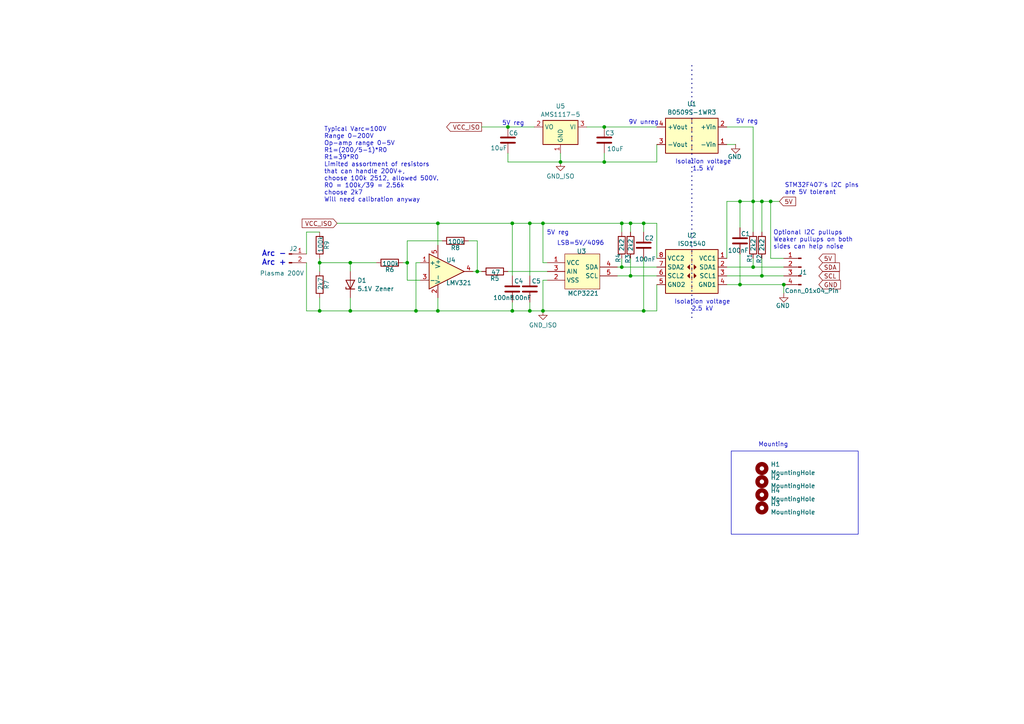
<source format=kicad_sch>
(kicad_sch
	(version 20231120)
	(generator "eeschema")
	(generator_version "8.0")
	(uuid "2f7c1153-70ce-434d-b080-3c6aade9d7b3")
	(paper "A4")
	(lib_symbols
		(symbol "Amplifier_Operational:LMV321"
			(pin_names
				(offset 0.127)
			)
			(exclude_from_sim no)
			(in_bom yes)
			(on_board yes)
			(property "Reference" "U"
				(at 0 5.08 0)
				(effects
					(font
						(size 1.27 1.27)
					)
					(justify left)
				)
			)
			(property "Value" "LMV321"
				(at 0 -5.08 0)
				(effects
					(font
						(size 1.27 1.27)
					)
					(justify left)
				)
			)
			(property "Footprint" ""
				(at 0 0 0)
				(effects
					(font
						(size 1.27 1.27)
					)
					(justify left)
					(hide yes)
				)
			)
			(property "Datasheet" "http://www.ti.com/lit/ds/symlink/lmv324.pdf"
				(at 0 0 0)
				(effects
					(font
						(size 1.27 1.27)
					)
					(hide yes)
				)
			)
			(property "Description" "Low-Voltage Rail-to-Rail Output Operational Amplifiers, SOT-23-5/SC-70-5"
				(at 0 0 0)
				(effects
					(font
						(size 1.27 1.27)
					)
					(hide yes)
				)
			)
			(property "ki_keywords" "single opamp"
				(at 0 0 0)
				(effects
					(font
						(size 1.27 1.27)
					)
					(hide yes)
				)
			)
			(property "ki_fp_filters" "SOT?23* *SC*70*"
				(at 0 0 0)
				(effects
					(font
						(size 1.27 1.27)
					)
					(hide yes)
				)
			)
			(symbol "LMV321_0_1"
				(polyline
					(pts
						(xy -5.08 5.08) (xy 5.08 0) (xy -5.08 -5.08) (xy -5.08 5.08)
					)
					(stroke
						(width 0.254)
						(type default)
					)
					(fill
						(type background)
					)
				)
				(pin power_in line
					(at -2.54 -7.62 90)
					(length 3.81)
					(name "V-"
						(effects
							(font
								(size 1.27 1.27)
							)
						)
					)
					(number "2"
						(effects
							(font
								(size 1.27 1.27)
							)
						)
					)
				)
				(pin power_in line
					(at -2.54 7.62 270)
					(length 3.81)
					(name "V+"
						(effects
							(font
								(size 1.27 1.27)
							)
						)
					)
					(number "5"
						(effects
							(font
								(size 1.27 1.27)
							)
						)
					)
				)
			)
			(symbol "LMV321_1_1"
				(pin input line
					(at -7.62 2.54 0)
					(length 2.54)
					(name "+"
						(effects
							(font
								(size 1.27 1.27)
							)
						)
					)
					(number "1"
						(effects
							(font
								(size 1.27 1.27)
							)
						)
					)
				)
				(pin input line
					(at -7.62 -2.54 0)
					(length 2.54)
					(name "-"
						(effects
							(font
								(size 1.27 1.27)
							)
						)
					)
					(number "3"
						(effects
							(font
								(size 1.27 1.27)
							)
						)
					)
				)
				(pin output line
					(at 7.62 0 180)
					(length 2.54)
					(name "~"
						(effects
							(font
								(size 1.27 1.27)
							)
						)
					)
					(number "4"
						(effects
							(font
								(size 1.27 1.27)
							)
						)
					)
				)
			)
		)
		(symbol "Connector:Conn_01x02_Pin"
			(pin_names
				(offset 1.016) hide)
			(exclude_from_sim no)
			(in_bom yes)
			(on_board yes)
			(property "Reference" "J"
				(at 0 2.54 0)
				(effects
					(font
						(size 1.27 1.27)
					)
				)
			)
			(property "Value" "Conn_01x02_Pin"
				(at 0 -5.08 0)
				(effects
					(font
						(size 1.27 1.27)
					)
				)
			)
			(property "Footprint" ""
				(at 0 0 0)
				(effects
					(font
						(size 1.27 1.27)
					)
					(hide yes)
				)
			)
			(property "Datasheet" "~"
				(at 0 0 0)
				(effects
					(font
						(size 1.27 1.27)
					)
					(hide yes)
				)
			)
			(property "Description" "Generic connector, single row, 01x02, script generated"
				(at 0 0 0)
				(effects
					(font
						(size 1.27 1.27)
					)
					(hide yes)
				)
			)
			(property "ki_locked" ""
				(at 0 0 0)
				(effects
					(font
						(size 1.27 1.27)
					)
				)
			)
			(property "ki_keywords" "connector"
				(at 0 0 0)
				(effects
					(font
						(size 1.27 1.27)
					)
					(hide yes)
				)
			)
			(property "ki_fp_filters" "Connector*:*_1x??_*"
				(at 0 0 0)
				(effects
					(font
						(size 1.27 1.27)
					)
					(hide yes)
				)
			)
			(symbol "Conn_01x02_Pin_1_1"
				(polyline
					(pts
						(xy 1.27 -2.54) (xy 0.8636 -2.54)
					)
					(stroke
						(width 0.1524)
						(type default)
					)
					(fill
						(type none)
					)
				)
				(polyline
					(pts
						(xy 1.27 0) (xy 0.8636 0)
					)
					(stroke
						(width 0.1524)
						(type default)
					)
					(fill
						(type none)
					)
				)
				(rectangle
					(start 0.8636 -2.413)
					(end 0 -2.667)
					(stroke
						(width 0.1524)
						(type default)
					)
					(fill
						(type outline)
					)
				)
				(rectangle
					(start 0.8636 0.127)
					(end 0 -0.127)
					(stroke
						(width 0.1524)
						(type default)
					)
					(fill
						(type outline)
					)
				)
				(pin passive line
					(at 5.08 0 180)
					(length 3.81)
					(name "Pin_1"
						(effects
							(font
								(size 1.27 1.27)
							)
						)
					)
					(number "1"
						(effects
							(font
								(size 1.27 1.27)
							)
						)
					)
				)
				(pin passive line
					(at 5.08 -2.54 180)
					(length 3.81)
					(name "Pin_2"
						(effects
							(font
								(size 1.27 1.27)
							)
						)
					)
					(number "2"
						(effects
							(font
								(size 1.27 1.27)
							)
						)
					)
				)
			)
		)
		(symbol "Connector:Conn_01x04_Pin"
			(pin_names
				(offset 1.016) hide)
			(exclude_from_sim no)
			(in_bom yes)
			(on_board yes)
			(property "Reference" "J"
				(at 0 5.08 0)
				(effects
					(font
						(size 1.27 1.27)
					)
				)
			)
			(property "Value" "Conn_01x04_Pin"
				(at 0 -7.62 0)
				(effects
					(font
						(size 1.27 1.27)
					)
				)
			)
			(property "Footprint" ""
				(at 0 0 0)
				(effects
					(font
						(size 1.27 1.27)
					)
					(hide yes)
				)
			)
			(property "Datasheet" "~"
				(at 0 0 0)
				(effects
					(font
						(size 1.27 1.27)
					)
					(hide yes)
				)
			)
			(property "Description" "Generic connector, single row, 01x04, script generated"
				(at 0 0 0)
				(effects
					(font
						(size 1.27 1.27)
					)
					(hide yes)
				)
			)
			(property "ki_locked" ""
				(at 0 0 0)
				(effects
					(font
						(size 1.27 1.27)
					)
				)
			)
			(property "ki_keywords" "connector"
				(at 0 0 0)
				(effects
					(font
						(size 1.27 1.27)
					)
					(hide yes)
				)
			)
			(property "ki_fp_filters" "Connector*:*_1x??_*"
				(at 0 0 0)
				(effects
					(font
						(size 1.27 1.27)
					)
					(hide yes)
				)
			)
			(symbol "Conn_01x04_Pin_1_1"
				(polyline
					(pts
						(xy 1.27 -5.08) (xy 0.8636 -5.08)
					)
					(stroke
						(width 0.1524)
						(type default)
					)
					(fill
						(type none)
					)
				)
				(polyline
					(pts
						(xy 1.27 -2.54) (xy 0.8636 -2.54)
					)
					(stroke
						(width 0.1524)
						(type default)
					)
					(fill
						(type none)
					)
				)
				(polyline
					(pts
						(xy 1.27 0) (xy 0.8636 0)
					)
					(stroke
						(width 0.1524)
						(type default)
					)
					(fill
						(type none)
					)
				)
				(polyline
					(pts
						(xy 1.27 2.54) (xy 0.8636 2.54)
					)
					(stroke
						(width 0.1524)
						(type default)
					)
					(fill
						(type none)
					)
				)
				(rectangle
					(start 0.8636 -4.953)
					(end 0 -5.207)
					(stroke
						(width 0.1524)
						(type default)
					)
					(fill
						(type outline)
					)
				)
				(rectangle
					(start 0.8636 -2.413)
					(end 0 -2.667)
					(stroke
						(width 0.1524)
						(type default)
					)
					(fill
						(type outline)
					)
				)
				(rectangle
					(start 0.8636 0.127)
					(end 0 -0.127)
					(stroke
						(width 0.1524)
						(type default)
					)
					(fill
						(type outline)
					)
				)
				(rectangle
					(start 0.8636 2.667)
					(end 0 2.413)
					(stroke
						(width 0.1524)
						(type default)
					)
					(fill
						(type outline)
					)
				)
				(pin passive line
					(at 5.08 2.54 180)
					(length 3.81)
					(name "Pin_1"
						(effects
							(font
								(size 1.27 1.27)
							)
						)
					)
					(number "1"
						(effects
							(font
								(size 1.27 1.27)
							)
						)
					)
				)
				(pin passive line
					(at 5.08 0 180)
					(length 3.81)
					(name "Pin_2"
						(effects
							(font
								(size 1.27 1.27)
							)
						)
					)
					(number "2"
						(effects
							(font
								(size 1.27 1.27)
							)
						)
					)
				)
				(pin passive line
					(at 5.08 -2.54 180)
					(length 3.81)
					(name "Pin_3"
						(effects
							(font
								(size 1.27 1.27)
							)
						)
					)
					(number "3"
						(effects
							(font
								(size 1.27 1.27)
							)
						)
					)
				)
				(pin passive line
					(at 5.08 -5.08 180)
					(length 3.81)
					(name "Pin_4"
						(effects
							(font
								(size 1.27 1.27)
							)
						)
					)
					(number "4"
						(effects
							(font
								(size 1.27 1.27)
							)
						)
					)
				)
			)
		)
		(symbol "Converter_DCDC:TEA1-0505"
			(exclude_from_sim no)
			(in_bom yes)
			(on_board yes)
			(property "Reference" "U"
				(at -7.62 6.35 0)
				(effects
					(font
						(size 1.27 1.27)
					)
					(justify left)
				)
			)
			(property "Value" "TEA1-0505"
				(at -2.54 6.35 0)
				(effects
					(font
						(size 1.27 1.27)
					)
					(justify left)
				)
			)
			(property "Footprint" "Converter_DCDC:Converter_DCDC_TRACO_TEA1-xxxx_THT"
				(at 0 -8.89 0)
				(effects
					(font
						(size 1.27 1.27)
					)
					(hide yes)
				)
			)
			(property "Datasheet" "https://www.tracopower.com/products/tea1.pdf"
				(at 0 -6.35 0)
				(effects
					(font
						(size 1.27 1.27)
					)
					(hide yes)
				)
			)
			(property "Description" "1W DC/DC converter unregulated, 4.5-5.5V input, 5V output voltage, 200mA output, 1.5kVDC isolation, SIP-4"
				(at 0 0 0)
				(effects
					(font
						(size 1.27 1.27)
					)
					(hide yes)
				)
			)
			(property "ki_keywords" "Traco isolated isolation dc-dc converter not-regulated non-regulated single 1W"
				(at 0 0 0)
				(effects
					(font
						(size 1.27 1.27)
					)
					(hide yes)
				)
			)
			(property "ki_fp_filters" "Converter*DCDC*TRACO*TEA1*THT*"
				(at 0 0 0)
				(effects
					(font
						(size 1.27 1.27)
					)
					(hide yes)
				)
			)
			(symbol "TEA1-0505_0_0"
				(pin power_in line
					(at -10.16 -2.54 0)
					(length 2.54)
					(name "-Vin"
						(effects
							(font
								(size 1.27 1.27)
							)
						)
					)
					(number "1"
						(effects
							(font
								(size 1.27 1.27)
							)
						)
					)
				)
				(pin power_in line
					(at -10.16 2.54 0)
					(length 2.54)
					(name "+Vin"
						(effects
							(font
								(size 1.27 1.27)
							)
						)
					)
					(number "2"
						(effects
							(font
								(size 1.27 1.27)
							)
						)
					)
				)
				(pin power_out line
					(at 10.16 -2.54 180)
					(length 2.54)
					(name "-Vout"
						(effects
							(font
								(size 1.27 1.27)
							)
						)
					)
					(number "3"
						(effects
							(font
								(size 1.27 1.27)
							)
						)
					)
				)
				(pin power_out line
					(at 10.16 2.54 180)
					(length 2.54)
					(name "+Vout"
						(effects
							(font
								(size 1.27 1.27)
							)
						)
					)
					(number "4"
						(effects
							(font
								(size 1.27 1.27)
							)
						)
					)
				)
			)
			(symbol "TEA1-0505_0_1"
				(rectangle
					(start -7.62 5.08)
					(end 7.62 -5.08)
					(stroke
						(width 0.254)
						(type default)
					)
					(fill
						(type background)
					)
				)
				(polyline
					(pts
						(xy 0 -2.54) (xy 0 -3.81)
					)
					(stroke
						(width 0)
						(type default)
					)
					(fill
						(type none)
					)
				)
				(polyline
					(pts
						(xy 0 0) (xy 0 -1.27)
					)
					(stroke
						(width 0)
						(type default)
					)
					(fill
						(type none)
					)
				)
				(polyline
					(pts
						(xy 0 2.54) (xy 0 1.27)
					)
					(stroke
						(width 0)
						(type default)
					)
					(fill
						(type none)
					)
				)
				(polyline
					(pts
						(xy 0 5.08) (xy 0 3.81)
					)
					(stroke
						(width 0)
						(type default)
					)
					(fill
						(type none)
					)
				)
			)
		)
		(symbol "Device:C"
			(pin_numbers hide)
			(pin_names
				(offset 0.254)
			)
			(exclude_from_sim no)
			(in_bom yes)
			(on_board yes)
			(property "Reference" "C"
				(at 0.635 2.54 0)
				(effects
					(font
						(size 1.27 1.27)
					)
					(justify left)
				)
			)
			(property "Value" "C"
				(at 0.635 -2.54 0)
				(effects
					(font
						(size 1.27 1.27)
					)
					(justify left)
				)
			)
			(property "Footprint" ""
				(at 0.9652 -3.81 0)
				(effects
					(font
						(size 1.27 1.27)
					)
					(hide yes)
				)
			)
			(property "Datasheet" "~"
				(at 0 0 0)
				(effects
					(font
						(size 1.27 1.27)
					)
					(hide yes)
				)
			)
			(property "Description" "Unpolarized capacitor"
				(at 0 0 0)
				(effects
					(font
						(size 1.27 1.27)
					)
					(hide yes)
				)
			)
			(property "ki_keywords" "cap capacitor"
				(at 0 0 0)
				(effects
					(font
						(size 1.27 1.27)
					)
					(hide yes)
				)
			)
			(property "ki_fp_filters" "C_*"
				(at 0 0 0)
				(effects
					(font
						(size 1.27 1.27)
					)
					(hide yes)
				)
			)
			(symbol "C_0_1"
				(polyline
					(pts
						(xy -2.032 -0.762) (xy 2.032 -0.762)
					)
					(stroke
						(width 0.508)
						(type default)
					)
					(fill
						(type none)
					)
				)
				(polyline
					(pts
						(xy -2.032 0.762) (xy 2.032 0.762)
					)
					(stroke
						(width 0.508)
						(type default)
					)
					(fill
						(type none)
					)
				)
			)
			(symbol "C_1_1"
				(pin passive line
					(at 0 3.81 270)
					(length 2.794)
					(name "~"
						(effects
							(font
								(size 1.27 1.27)
							)
						)
					)
					(number "1"
						(effects
							(font
								(size 1.27 1.27)
							)
						)
					)
				)
				(pin passive line
					(at 0 -3.81 90)
					(length 2.794)
					(name "~"
						(effects
							(font
								(size 1.27 1.27)
							)
						)
					)
					(number "2"
						(effects
							(font
								(size 1.27 1.27)
							)
						)
					)
				)
			)
		)
		(symbol "Device:D_Zener"
			(pin_numbers hide)
			(pin_names
				(offset 1.016) hide)
			(exclude_from_sim no)
			(in_bom yes)
			(on_board yes)
			(property "Reference" "D"
				(at 0 2.54 0)
				(effects
					(font
						(size 1.27 1.27)
					)
				)
			)
			(property "Value" "D_Zener"
				(at 0 -2.54 0)
				(effects
					(font
						(size 1.27 1.27)
					)
				)
			)
			(property "Footprint" ""
				(at 0 0 0)
				(effects
					(font
						(size 1.27 1.27)
					)
					(hide yes)
				)
			)
			(property "Datasheet" "~"
				(at 0 0 0)
				(effects
					(font
						(size 1.27 1.27)
					)
					(hide yes)
				)
			)
			(property "Description" "Zener diode"
				(at 0 0 0)
				(effects
					(font
						(size 1.27 1.27)
					)
					(hide yes)
				)
			)
			(property "ki_keywords" "diode"
				(at 0 0 0)
				(effects
					(font
						(size 1.27 1.27)
					)
					(hide yes)
				)
			)
			(property "ki_fp_filters" "TO-???* *_Diode_* *SingleDiode* D_*"
				(at 0 0 0)
				(effects
					(font
						(size 1.27 1.27)
					)
					(hide yes)
				)
			)
			(symbol "D_Zener_0_1"
				(polyline
					(pts
						(xy 1.27 0) (xy -1.27 0)
					)
					(stroke
						(width 0)
						(type default)
					)
					(fill
						(type none)
					)
				)
				(polyline
					(pts
						(xy -1.27 -1.27) (xy -1.27 1.27) (xy -0.762 1.27)
					)
					(stroke
						(width 0.254)
						(type default)
					)
					(fill
						(type none)
					)
				)
				(polyline
					(pts
						(xy 1.27 -1.27) (xy 1.27 1.27) (xy -1.27 0) (xy 1.27 -1.27)
					)
					(stroke
						(width 0.254)
						(type default)
					)
					(fill
						(type none)
					)
				)
			)
			(symbol "D_Zener_1_1"
				(pin passive line
					(at -3.81 0 0)
					(length 2.54)
					(name "K"
						(effects
							(font
								(size 1.27 1.27)
							)
						)
					)
					(number "1"
						(effects
							(font
								(size 1.27 1.27)
							)
						)
					)
				)
				(pin passive line
					(at 3.81 0 180)
					(length 2.54)
					(name "A"
						(effects
							(font
								(size 1.27 1.27)
							)
						)
					)
					(number "2"
						(effects
							(font
								(size 1.27 1.27)
							)
						)
					)
				)
			)
		)
		(symbol "Device:R"
			(pin_numbers hide)
			(pin_names
				(offset 0)
			)
			(exclude_from_sim no)
			(in_bom yes)
			(on_board yes)
			(property "Reference" "R"
				(at 2.032 0 90)
				(effects
					(font
						(size 1.27 1.27)
					)
				)
			)
			(property "Value" "R"
				(at 0 0 90)
				(effects
					(font
						(size 1.27 1.27)
					)
				)
			)
			(property "Footprint" ""
				(at -1.778 0 90)
				(effects
					(font
						(size 1.27 1.27)
					)
					(hide yes)
				)
			)
			(property "Datasheet" "~"
				(at 0 0 0)
				(effects
					(font
						(size 1.27 1.27)
					)
					(hide yes)
				)
			)
			(property "Description" "Resistor"
				(at 0 0 0)
				(effects
					(font
						(size 1.27 1.27)
					)
					(hide yes)
				)
			)
			(property "ki_keywords" "R res resistor"
				(at 0 0 0)
				(effects
					(font
						(size 1.27 1.27)
					)
					(hide yes)
				)
			)
			(property "ki_fp_filters" "R_*"
				(at 0 0 0)
				(effects
					(font
						(size 1.27 1.27)
					)
					(hide yes)
				)
			)
			(symbol "R_0_1"
				(rectangle
					(start -1.016 -2.54)
					(end 1.016 2.54)
					(stroke
						(width 0.254)
						(type default)
					)
					(fill
						(type none)
					)
				)
			)
			(symbol "R_1_1"
				(pin passive line
					(at 0 3.81 270)
					(length 1.27)
					(name "~"
						(effects
							(font
								(size 1.27 1.27)
							)
						)
					)
					(number "1"
						(effects
							(font
								(size 1.27 1.27)
							)
						)
					)
				)
				(pin passive line
					(at 0 -3.81 90)
					(length 1.27)
					(name "~"
						(effects
							(font
								(size 1.27 1.27)
							)
						)
					)
					(number "2"
						(effects
							(font
								(size 1.27 1.27)
							)
						)
					)
				)
			)
		)
		(symbol "HakansLibrary:MCP3221"
			(exclude_from_sim no)
			(in_bom yes)
			(on_board yes)
			(property "Reference" "U"
				(at 0 0 0)
				(effects
					(font
						(size 1.27 1.27)
					)
				)
			)
			(property "Value" "MCP3221"
				(at 0.254 -6.096 0)
				(effects
					(font
						(size 1.27 1.27)
					)
				)
			)
			(property "Footprint" ""
				(at 0 0 0)
				(effects
					(font
						(size 1.27 1.27)
					)
					(hide yes)
				)
			)
			(property "Datasheet" ""
				(at 0 0 0)
				(effects
					(font
						(size 1.27 1.27)
					)
					(hide yes)
				)
			)
			(property "Description" ""
				(at 0 0 0)
				(effects
					(font
						(size 1.27 1.27)
					)
					(hide yes)
				)
			)
			(symbol "MCP3221_1_1"
				(rectangle
					(start -5.08 5.08)
					(end 5.08 -5.08)
					(stroke
						(width 0)
						(type default)
					)
					(fill
						(type background)
					)
				)
				(pin input line
					(at -10.16 2.54 0)
					(length 5.08)
					(name "VCC"
						(effects
							(font
								(size 1.27 1.27)
							)
						)
					)
					(number "1"
						(effects
							(font
								(size 1.27 1.27)
							)
						)
					)
				)
				(pin input line
					(at -10.16 -2.54 0)
					(length 5.08)
					(name "VSS"
						(effects
							(font
								(size 1.27 1.27)
							)
						)
					)
					(number "2"
						(effects
							(font
								(size 1.27 1.27)
							)
						)
					)
				)
				(pin input line
					(at -10.16 0 0)
					(length 5.08)
					(name "AIN"
						(effects
							(font
								(size 1.27 1.27)
							)
						)
					)
					(number "3"
						(effects
							(font
								(size 1.27 1.27)
							)
						)
					)
				)
				(pin bidirectional line
					(at 10.16 1.27 180)
					(length 5.08)
					(name "SDA"
						(effects
							(font
								(size 1.27 1.27)
							)
						)
					)
					(number "4"
						(effects
							(font
								(size 1.27 1.27)
							)
						)
					)
				)
				(pin input line
					(at 10.16 -1.27 180)
					(length 5.08)
					(name "SCL"
						(effects
							(font
								(size 1.27 1.27)
							)
						)
					)
					(number "5"
						(effects
							(font
								(size 1.27 1.27)
							)
						)
					)
				)
			)
		)
		(symbol "Isolator:ISO1540"
			(exclude_from_sim no)
			(in_bom yes)
			(on_board yes)
			(property "Reference" "U"
				(at -6.35 6.35 0)
				(effects
					(font
						(size 1.27 1.27)
					)
				)
			)
			(property "Value" "ISO1540"
				(at 3.81 6.35 0)
				(effects
					(font
						(size 1.27 1.27)
					)
				)
			)
			(property "Footprint" "Package_SO:SOIC-8_3.9x4.9mm_P1.27mm"
				(at 0 -8.89 0)
				(effects
					(font
						(size 1.27 1.27)
					)
					(hide yes)
				)
			)
			(property "Datasheet" "http://www.ti.com/lit/ds/symlink/iso1541.pdf"
				(at 0 1.27 0)
				(effects
					(font
						(size 1.27 1.27)
					)
					(hide yes)
				)
			)
			(property "Description" "I2C Isolator, 2.5 kVrms, Bidirectional clock and data, SOIC-8"
				(at 0 0 0)
				(effects
					(font
						(size 1.27 1.27)
					)
					(hide yes)
				)
			)
			(property "ki_keywords" "digital isolator i2c"
				(at 0 0 0)
				(effects
					(font
						(size 1.27 1.27)
					)
					(hide yes)
				)
			)
			(property "ki_fp_filters" "SOIC*3.9x4.9mm*P1.27mm*"
				(at 0 0 0)
				(effects
					(font
						(size 1.27 1.27)
					)
					(hide yes)
				)
			)
			(symbol "ISO1540_0_1"
				(rectangle
					(start -7.62 5.08)
					(end 7.62 -7.62)
					(stroke
						(width 0.254)
						(type default)
					)
					(fill
						(type background)
					)
				)
				(rectangle
					(start 0 -5.08)
					(end 0 -6.35)
					(stroke
						(width 0)
						(type default)
					)
					(fill
						(type none)
					)
				)
				(polyline
					(pts
						(xy 0 -2.54) (xy 0 -3.81)
					)
					(stroke
						(width 0)
						(type default)
					)
					(fill
						(type none)
					)
				)
				(polyline
					(pts
						(xy 0 0) (xy 0 -1.27)
					)
					(stroke
						(width 0)
						(type default)
					)
					(fill
						(type none)
					)
				)
				(polyline
					(pts
						(xy 0 2.54) (xy 0 1.27)
					)
					(stroke
						(width 0)
						(type default)
					)
					(fill
						(type none)
					)
				)
				(polyline
					(pts
						(xy 0 5.08) (xy 0 3.81)
					)
					(stroke
						(width 0)
						(type default)
					)
					(fill
						(type none)
					)
				)
				(polyline
					(pts
						(xy -0.635 0.635) (xy -1.27 0) (xy -0.635 -0.635) (xy -0.635 0.635)
					)
					(stroke
						(width 0)
						(type default)
					)
					(fill
						(type outline)
					)
				)
				(polyline
					(pts
						(xy 0.635 -1.905) (xy 1.27 -2.54) (xy 0.635 -3.175) (xy 0.635 -1.905)
					)
					(stroke
						(width 0)
						(type default)
					)
					(fill
						(type outline)
					)
				)
				(polyline
					(pts
						(xy 0.635 0.635) (xy 1.27 0) (xy 0.635 -0.635) (xy 0.635 0.635)
					)
					(stroke
						(width 0)
						(type default)
					)
					(fill
						(type outline)
					)
				)
			)
			(symbol "ISO1540_1_1"
				(polyline
					(pts
						(xy -0.635 -1.905) (xy -1.27 -2.54) (xy -0.635 -3.175) (xy -0.635 -1.905)
					)
					(stroke
						(width 0)
						(type default)
					)
					(fill
						(type outline)
					)
				)
				(pin power_in line
					(at -10.16 2.54 0)
					(length 2.54)
					(name "VCC1"
						(effects
							(font
								(size 1.27 1.27)
							)
						)
					)
					(number "1"
						(effects
							(font
								(size 1.27 1.27)
							)
						)
					)
				)
				(pin bidirectional line
					(at -10.16 0 0)
					(length 2.54)
					(name "SDA1"
						(effects
							(font
								(size 1.27 1.27)
							)
						)
					)
					(number "2"
						(effects
							(font
								(size 1.27 1.27)
							)
						)
					)
				)
				(pin bidirectional line
					(at -10.16 -2.54 0)
					(length 2.54)
					(name "SCL1"
						(effects
							(font
								(size 1.27 1.27)
							)
						)
					)
					(number "3"
						(effects
							(font
								(size 1.27 1.27)
							)
						)
					)
				)
				(pin power_in line
					(at -10.16 -5.08 0)
					(length 2.54)
					(name "GND1"
						(effects
							(font
								(size 1.27 1.27)
							)
						)
					)
					(number "4"
						(effects
							(font
								(size 1.27 1.27)
							)
						)
					)
				)
				(pin power_in line
					(at 10.16 -5.08 180)
					(length 2.54)
					(name "GND2"
						(effects
							(font
								(size 1.27 1.27)
							)
						)
					)
					(number "5"
						(effects
							(font
								(size 1.27 1.27)
							)
						)
					)
				)
				(pin bidirectional line
					(at 10.16 -2.54 180)
					(length 2.54)
					(name "SCL2"
						(effects
							(font
								(size 1.27 1.27)
							)
						)
					)
					(number "6"
						(effects
							(font
								(size 1.27 1.27)
							)
						)
					)
				)
				(pin bidirectional line
					(at 10.16 0 180)
					(length 2.54)
					(name "SDA2"
						(effects
							(font
								(size 1.27 1.27)
							)
						)
					)
					(number "7"
						(effects
							(font
								(size 1.27 1.27)
							)
						)
					)
				)
				(pin power_in line
					(at 10.16 2.54 180)
					(length 2.54)
					(name "VCC2"
						(effects
							(font
								(size 1.27 1.27)
							)
						)
					)
					(number "8"
						(effects
							(font
								(size 1.27 1.27)
							)
						)
					)
				)
			)
		)
		(symbol "Mechanical:MountingHole"
			(pin_names
				(offset 1.016)
			)
			(exclude_from_sim yes)
			(in_bom no)
			(on_board yes)
			(property "Reference" "H"
				(at 0 5.08 0)
				(effects
					(font
						(size 1.27 1.27)
					)
				)
			)
			(property "Value" "MountingHole"
				(at 0 3.175 0)
				(effects
					(font
						(size 1.27 1.27)
					)
				)
			)
			(property "Footprint" ""
				(at 0 0 0)
				(effects
					(font
						(size 1.27 1.27)
					)
					(hide yes)
				)
			)
			(property "Datasheet" "~"
				(at 0 0 0)
				(effects
					(font
						(size 1.27 1.27)
					)
					(hide yes)
				)
			)
			(property "Description" "Mounting Hole without connection"
				(at 0 0 0)
				(effects
					(font
						(size 1.27 1.27)
					)
					(hide yes)
				)
			)
			(property "ki_keywords" "mounting hole"
				(at 0 0 0)
				(effects
					(font
						(size 1.27 1.27)
					)
					(hide yes)
				)
			)
			(property "ki_fp_filters" "MountingHole*"
				(at 0 0 0)
				(effects
					(font
						(size 1.27 1.27)
					)
					(hide yes)
				)
			)
			(symbol "MountingHole_0_1"
				(circle
					(center 0 0)
					(radius 1.27)
					(stroke
						(width 1.27)
						(type default)
					)
					(fill
						(type none)
					)
				)
			)
		)
		(symbol "Regulator_Linear:AMS1117-3.3"
			(exclude_from_sim no)
			(in_bom yes)
			(on_board yes)
			(property "Reference" "U"
				(at -3.81 3.175 0)
				(effects
					(font
						(size 1.27 1.27)
					)
				)
			)
			(property "Value" "AMS1117-3.3"
				(at 0 3.175 0)
				(effects
					(font
						(size 1.27 1.27)
					)
					(justify left)
				)
			)
			(property "Footprint" "Package_TO_SOT_SMD:SOT-223-3_TabPin2"
				(at 0 5.08 0)
				(effects
					(font
						(size 1.27 1.27)
					)
					(hide yes)
				)
			)
			(property "Datasheet" "http://www.advanced-monolithic.com/pdf/ds1117.pdf"
				(at 2.54 -6.35 0)
				(effects
					(font
						(size 1.27 1.27)
					)
					(hide yes)
				)
			)
			(property "Description" "1A Low Dropout regulator, positive, 3.3V fixed output, SOT-223"
				(at 0 0 0)
				(effects
					(font
						(size 1.27 1.27)
					)
					(hide yes)
				)
			)
			(property "ki_keywords" "linear regulator ldo fixed positive"
				(at 0 0 0)
				(effects
					(font
						(size 1.27 1.27)
					)
					(hide yes)
				)
			)
			(property "ki_fp_filters" "SOT?223*TabPin2*"
				(at 0 0 0)
				(effects
					(font
						(size 1.27 1.27)
					)
					(hide yes)
				)
			)
			(symbol "AMS1117-3.3_0_1"
				(rectangle
					(start -5.08 -5.08)
					(end 5.08 1.905)
					(stroke
						(width 0.254)
						(type default)
					)
					(fill
						(type background)
					)
				)
			)
			(symbol "AMS1117-3.3_1_1"
				(pin power_in line
					(at 0 -7.62 90)
					(length 2.54)
					(name "GND"
						(effects
							(font
								(size 1.27 1.27)
							)
						)
					)
					(number "1"
						(effects
							(font
								(size 1.27 1.27)
							)
						)
					)
				)
				(pin power_out line
					(at 7.62 0 180)
					(length 2.54)
					(name "VO"
						(effects
							(font
								(size 1.27 1.27)
							)
						)
					)
					(number "2"
						(effects
							(font
								(size 1.27 1.27)
							)
						)
					)
				)
				(pin power_in line
					(at -7.62 0 0)
					(length 2.54)
					(name "VI"
						(effects
							(font
								(size 1.27 1.27)
							)
						)
					)
					(number "3"
						(effects
							(font
								(size 1.27 1.27)
							)
						)
					)
				)
			)
		)
		(symbol "power:GND"
			(power)
			(pin_numbers hide)
			(pin_names
				(offset 0) hide)
			(exclude_from_sim no)
			(in_bom yes)
			(on_board yes)
			(property "Reference" "#PWR"
				(at 0 -6.35 0)
				(effects
					(font
						(size 1.27 1.27)
					)
					(hide yes)
				)
			)
			(property "Value" "GND"
				(at 0 -3.81 0)
				(effects
					(font
						(size 1.27 1.27)
					)
				)
			)
			(property "Footprint" ""
				(at 0 0 0)
				(effects
					(font
						(size 1.27 1.27)
					)
					(hide yes)
				)
			)
			(property "Datasheet" ""
				(at 0 0 0)
				(effects
					(font
						(size 1.27 1.27)
					)
					(hide yes)
				)
			)
			(property "Description" "Power symbol creates a global label with name \"GND\" , ground"
				(at 0 0 0)
				(effects
					(font
						(size 1.27 1.27)
					)
					(hide yes)
				)
			)
			(property "ki_keywords" "global power"
				(at 0 0 0)
				(effects
					(font
						(size 1.27 1.27)
					)
					(hide yes)
				)
			)
			(symbol "GND_0_1"
				(polyline
					(pts
						(xy 0 0) (xy 0 -1.27) (xy 1.27 -1.27) (xy 0 -2.54) (xy -1.27 -1.27) (xy 0 -1.27)
					)
					(stroke
						(width 0)
						(type default)
					)
					(fill
						(type none)
					)
				)
			)
			(symbol "GND_1_1"
				(pin power_in line
					(at 0 0 270)
					(length 0)
					(name "~"
						(effects
							(font
								(size 1.27 1.27)
							)
						)
					)
					(number "1"
						(effects
							(font
								(size 1.27 1.27)
							)
						)
					)
				)
			)
		)
		(symbol "power:GND1"
			(power)
			(pin_numbers hide)
			(pin_names
				(offset 0) hide)
			(exclude_from_sim no)
			(in_bom yes)
			(on_board yes)
			(property "Reference" "#PWR"
				(at 0 -6.35 0)
				(effects
					(font
						(size 1.27 1.27)
					)
					(hide yes)
				)
			)
			(property "Value" "GND1"
				(at 0 -3.81 0)
				(effects
					(font
						(size 1.27 1.27)
					)
				)
			)
			(property "Footprint" ""
				(at 0 0 0)
				(effects
					(font
						(size 1.27 1.27)
					)
					(hide yes)
				)
			)
			(property "Datasheet" ""
				(at 0 0 0)
				(effects
					(font
						(size 1.27 1.27)
					)
					(hide yes)
				)
			)
			(property "Description" "Power symbol creates a global label with name \"GND1\" , ground"
				(at 0 0 0)
				(effects
					(font
						(size 1.27 1.27)
					)
					(hide yes)
				)
			)
			(property "ki_keywords" "global power"
				(at 0 0 0)
				(effects
					(font
						(size 1.27 1.27)
					)
					(hide yes)
				)
			)
			(symbol "GND1_0_1"
				(polyline
					(pts
						(xy 0 0) (xy 0 -1.27) (xy 1.27 -1.27) (xy 0 -2.54) (xy -1.27 -1.27) (xy 0 -1.27)
					)
					(stroke
						(width 0)
						(type default)
					)
					(fill
						(type none)
					)
				)
			)
			(symbol "GND1_1_1"
				(pin power_in line
					(at 0 0 270)
					(length 0)
					(name "~"
						(effects
							(font
								(size 1.27 1.27)
							)
						)
					)
					(number "1"
						(effects
							(font
								(size 1.27 1.27)
							)
						)
					)
				)
			)
		)
	)
	(junction
		(at 175.26 36.83)
		(diameter 0)
		(color 0 0 0 0)
		(uuid "04605b74-d893-413d-977b-45295784f62e")
	)
	(junction
		(at 175.26 46.99)
		(diameter 0)
		(color 0 0 0 0)
		(uuid "15b3247d-2f54-4572-9e75-28c11daee088")
	)
	(junction
		(at 157.48 90.17)
		(diameter 0)
		(color 0 0 0 0)
		(uuid "2a5dc2b2-c88d-41cb-baca-a15f06f06989")
	)
	(junction
		(at 227.33 82.55)
		(diameter 0)
		(color 0 0 0 0)
		(uuid "2d20c1d8-3df6-45ff-ae82-bd6296bae15f")
	)
	(junction
		(at 220.98 80.01)
		(diameter 0)
		(color 0 0 0 0)
		(uuid "3cd964a1-8cb0-4839-9edf-cb6173da55fb")
	)
	(junction
		(at 147.32 36.83)
		(diameter 0)
		(color 0 0 0 0)
		(uuid "407eddcb-930d-4c52-94b4-96f8b9a0896e")
	)
	(junction
		(at 186.69 90.17)
		(diameter 0)
		(color 0 0 0 0)
		(uuid "478de721-a729-492f-a034-60e62ecafa5b")
	)
	(junction
		(at 223.52 58.42)
		(diameter 0)
		(color 0 0 0 0)
		(uuid "6146eb5b-4eaf-46fe-9ccf-af1fb2894c71")
	)
	(junction
		(at 101.6 76.2)
		(diameter 0)
		(color 0 0 0 0)
		(uuid "62aa0ebc-62e5-4b5d-917f-a61367433302")
	)
	(junction
		(at 148.59 64.77)
		(diameter 0)
		(color 0 0 0 0)
		(uuid "64d32385-d896-4224-878f-0895fe5bef82")
	)
	(junction
		(at 220.98 58.42)
		(diameter 0)
		(color 0 0 0 0)
		(uuid "67fa200a-9a93-4a73-8028-e2ca69a459bb")
	)
	(junction
		(at 180.34 64.77)
		(diameter 0)
		(color 0 0 0 0)
		(uuid "6b13d4e1-e458-458c-b92e-5494a9ad5475")
	)
	(junction
		(at 148.59 90.17)
		(diameter 0)
		(color 0 0 0 0)
		(uuid "6bb5b76f-9e74-43a0-bcac-eb6673a6959b")
	)
	(junction
		(at 218.44 77.47)
		(diameter 0)
		(color 0 0 0 0)
		(uuid "81d4d80b-1124-4d85-906f-bd69011f1b77")
	)
	(junction
		(at 157.48 64.77)
		(diameter 0)
		(color 0 0 0 0)
		(uuid "84c6563c-f825-40f0-b456-07a6ed6dc05c")
	)
	(junction
		(at 127 90.17)
		(diameter 0)
		(color 0 0 0 0)
		(uuid "871999c9-3542-4ed6-8dd4-09d6a9ef3287")
	)
	(junction
		(at 120.65 90.17)
		(diameter 0)
		(color 0 0 0 0)
		(uuid "8ad3b0f3-225a-4169-aec5-e16dcc24a2d9")
	)
	(junction
		(at 218.44 58.42)
		(diameter 0)
		(color 0 0 0 0)
		(uuid "9376b68a-6106-47f1-8d08-7af6479c8aa3")
	)
	(junction
		(at 214.63 82.55)
		(diameter 0)
		(color 0 0 0 0)
		(uuid "a392d238-016c-4fd2-8c9a-f3ea0888fc82")
	)
	(junction
		(at 182.88 64.77)
		(diameter 0)
		(color 0 0 0 0)
		(uuid "ab77a82e-4a3c-4cbe-9fde-27ceb6592ce7")
	)
	(junction
		(at 153.67 64.77)
		(diameter 0)
		(color 0 0 0 0)
		(uuid "b4e3e6de-332d-453a-b620-31a78682406f")
	)
	(junction
		(at 101.6 90.17)
		(diameter 0)
		(color 0 0 0 0)
		(uuid "badd3660-8d81-45e6-b4bd-e4186971f637")
	)
	(junction
		(at 182.88 80.01)
		(diameter 0)
		(color 0 0 0 0)
		(uuid "cc6f631d-4186-44e8-b807-06054766e0ff")
	)
	(junction
		(at 127 64.77)
		(diameter 0)
		(color 0 0 0 0)
		(uuid "ce1c7b79-cecf-49fe-bc77-d82f1357a293")
	)
	(junction
		(at 180.34 77.47)
		(diameter 0)
		(color 0 0 0 0)
		(uuid "db555c89-f8ee-45e7-9435-a98651416527")
	)
	(junction
		(at 214.63 58.42)
		(diameter 0)
		(color 0 0 0 0)
		(uuid "e23b9bb4-8ec6-44af-8578-dc1a4b7a9e28")
	)
	(junction
		(at 118.11 76.2)
		(diameter 0)
		(color 0 0 0 0)
		(uuid "e71f59df-5cdb-401c-8b05-7696463b5086")
	)
	(junction
		(at 186.69 64.77)
		(diameter 0)
		(color 0 0 0 0)
		(uuid "e8f6982d-ac50-48e7-804f-6735d5b94613")
	)
	(junction
		(at 92.71 90.17)
		(diameter 0)
		(color 0 0 0 0)
		(uuid "ebc5ada9-939c-4560-b159-e838e6eaff05")
	)
	(junction
		(at 162.56 46.99)
		(diameter 0)
		(color 0 0 0 0)
		(uuid "f1f56f34-fe19-41f2-b10f-181e1ec234b6")
	)
	(junction
		(at 138.43 78.74)
		(diameter 0)
		(color 0 0 0 0)
		(uuid "f9da25f0-a671-4c6a-9aad-1bbcf70b0dc0")
	)
	(junction
		(at 153.67 90.17)
		(diameter 0)
		(color 0 0 0 0)
		(uuid "fc2b1cb0-224d-4ed0-aaab-1e13d875c2cb")
	)
	(junction
		(at 92.71 76.2)
		(diameter 0)
		(color 0 0 0 0)
		(uuid "fccf4d7e-0052-45db-98ff-219930806e68")
	)
	(wire
		(pts
			(xy 220.98 58.42) (xy 223.52 58.42)
		)
		(stroke
			(width 0)
			(type default)
		)
		(uuid "00bf0d46-f3f7-4fd6-b156-6383c917f0eb")
	)
	(wire
		(pts
			(xy 210.82 58.42) (xy 210.82 74.93)
		)
		(stroke
			(width 0)
			(type default)
		)
		(uuid "04a96b7f-5442-49e0-b5d2-0fae8bd07c6a")
	)
	(wire
		(pts
			(xy 88.9 67.31) (xy 88.9 73.66)
		)
		(stroke
			(width 0)
			(type default)
		)
		(uuid "04c7f815-b533-4b03-ad83-4e79ecc9cec1")
	)
	(wire
		(pts
			(xy 186.69 64.77) (xy 182.88 64.77)
		)
		(stroke
			(width 0)
			(type default)
		)
		(uuid "0718b523-238b-4f86-839a-9d6f36ef5aed")
	)
	(wire
		(pts
			(xy 218.44 58.42) (xy 220.98 58.42)
		)
		(stroke
			(width 0)
			(type default)
		)
		(uuid "09025718-cdf8-4b20-875f-c26848952154")
	)
	(wire
		(pts
			(xy 179.07 77.47) (xy 180.34 77.47)
		)
		(stroke
			(width 0)
			(type default)
		)
		(uuid "0ad8f9d8-6665-46d6-8bb4-dc8b4fded95f")
	)
	(wire
		(pts
			(xy 137.16 78.74) (xy 138.43 78.74)
		)
		(stroke
			(width 0)
			(type default)
		)
		(uuid "0bad3a7f-81b5-40b9-9992-9166b2f02d19")
	)
	(wire
		(pts
			(xy 214.63 58.42) (xy 218.44 58.42)
		)
		(stroke
			(width 0)
			(type default)
		)
		(uuid "0cf662b6-b112-4771-bae7-1b94c0e1e18c")
	)
	(wire
		(pts
			(xy 92.71 74.93) (xy 92.71 76.2)
		)
		(stroke
			(width 0)
			(type default)
		)
		(uuid "0d29298e-c05d-49de-a4b5-04bee0bbadde")
	)
	(wire
		(pts
			(xy 147.32 78.74) (xy 158.75 78.74)
		)
		(stroke
			(width 0)
			(type default)
		)
		(uuid "0d8fdc85-676d-4db3-a782-6fa85e9c036a")
	)
	(wire
		(pts
			(xy 157.48 81.28) (xy 158.75 81.28)
		)
		(stroke
			(width 0)
			(type default)
		)
		(uuid "1031fec9-9862-48bc-92e7-7d8c1498c431")
	)
	(wire
		(pts
			(xy 127 64.77) (xy 127 71.12)
		)
		(stroke
			(width 0)
			(type default)
		)
		(uuid "124e1ce0-48ce-49d8-af31-8fc44320842b")
	)
	(wire
		(pts
			(xy 190.5 74.93) (xy 190.5 64.77)
		)
		(stroke
			(width 0)
			(type default)
		)
		(uuid "141f3430-85f8-4c9b-b1a8-ea20bba08a63")
	)
	(wire
		(pts
			(xy 182.88 80.01) (xy 190.5 80.01)
		)
		(stroke
			(width 0)
			(type default)
		)
		(uuid "15723503-8017-4785-a1ba-30ca3637f707")
	)
	(wire
		(pts
			(xy 157.48 90.17) (xy 157.48 81.28)
		)
		(stroke
			(width 0)
			(type default)
		)
		(uuid "1a804da2-ca1c-4dbd-861d-29de27802a2a")
	)
	(wire
		(pts
			(xy 170.18 36.83) (xy 175.26 36.83)
		)
		(stroke
			(width 0)
			(type default)
		)
		(uuid "1b048bfb-2553-42da-b88b-466255b05eb6")
	)
	(wire
		(pts
			(xy 210.82 82.55) (xy 214.63 82.55)
		)
		(stroke
			(width 0)
			(type default)
		)
		(uuid "1d76de51-f4ce-44b3-b57d-d82f4578ee87")
	)
	(wire
		(pts
			(xy 220.98 80.01) (xy 227.33 80.01)
		)
		(stroke
			(width 0)
			(type default)
		)
		(uuid "200c2660-9d66-4aa3-b57a-7b26e7fe3d10")
	)
	(wire
		(pts
			(xy 182.88 64.77) (xy 180.34 64.77)
		)
		(stroke
			(width 0)
			(type default)
		)
		(uuid "2241f008-de09-41c1-8c7a-d4c5763bb372")
	)
	(wire
		(pts
			(xy 138.43 78.74) (xy 139.7 78.74)
		)
		(stroke
			(width 0)
			(type default)
		)
		(uuid "2251e94f-d52c-4644-94e5-0a214b20971d")
	)
	(wire
		(pts
			(xy 220.98 74.93) (xy 220.98 80.01)
		)
		(stroke
			(width 0)
			(type default)
		)
		(uuid "2318ac23-8171-4338-b8da-ca125c15121d")
	)
	(wire
		(pts
			(xy 218.44 77.47) (xy 227.33 77.47)
		)
		(stroke
			(width 0)
			(type default)
		)
		(uuid "238d4306-02a5-4edb-859d-9c8fd465dd04")
	)
	(wire
		(pts
			(xy 153.67 64.77) (xy 157.48 64.77)
		)
		(stroke
			(width 0)
			(type default)
		)
		(uuid "24f6bcff-1e01-4608-bb7e-25398d25d1e0")
	)
	(wire
		(pts
			(xy 182.88 74.93) (xy 182.88 80.01)
		)
		(stroke
			(width 0)
			(type default)
		)
		(uuid "291e8213-91a5-4eb4-8182-bd0dbf9155f0")
	)
	(wire
		(pts
			(xy 214.63 73.66) (xy 214.63 82.55)
		)
		(stroke
			(width 0)
			(type default)
		)
		(uuid "2aa7fe18-28e3-4f95-a6f3-3e568537a7c8")
	)
	(wire
		(pts
			(xy 210.82 77.47) (xy 218.44 77.47)
		)
		(stroke
			(width 0)
			(type default)
		)
		(uuid "2acfa6a0-5e20-4a61-bb9d-d5c97bd108b6")
	)
	(wire
		(pts
			(xy 118.11 76.2) (xy 118.11 81.28)
		)
		(stroke
			(width 0)
			(type default)
		)
		(uuid "382d19e5-91b2-4158-aadf-da102369e7c4")
	)
	(wire
		(pts
			(xy 147.32 36.83) (xy 154.94 36.83)
		)
		(stroke
			(width 0)
			(type default)
		)
		(uuid "3a33b688-a321-4cce-81b9-08b18bd99b5f")
	)
	(wire
		(pts
			(xy 186.69 90.17) (xy 157.48 90.17)
		)
		(stroke
			(width 0)
			(type default)
		)
		(uuid "3aa71ef1-6c01-425a-906b-3b9a8691de4b")
	)
	(wire
		(pts
			(xy 186.69 64.77) (xy 186.69 67.31)
		)
		(stroke
			(width 0)
			(type default)
		)
		(uuid "40bd774c-af3f-4198-aff0-c853fed1eeae")
	)
	(wire
		(pts
			(xy 157.48 64.77) (xy 180.34 64.77)
		)
		(stroke
			(width 0)
			(type default)
		)
		(uuid "41a91b04-e83a-441e-bc76-e6db2e973d46")
	)
	(bus
		(pts
			(xy 200.66 19.05) (xy 200.66 92.71)
		)
		(stroke
			(width 0)
			(type dot)
		)
		(uuid "44ddcc29-0be9-4644-9f3b-67ffb146b30a")
	)
	(wire
		(pts
			(xy 148.59 64.77) (xy 153.67 64.77)
		)
		(stroke
			(width 0)
			(type default)
		)
		(uuid "4a13c183-0052-4698-86d3-ca6589e80b75")
	)
	(wire
		(pts
			(xy 153.67 90.17) (xy 157.48 90.17)
		)
		(stroke
			(width 0)
			(type default)
		)
		(uuid "4b15ce1a-3329-475c-a1b5-d0c5d9c46d12")
	)
	(wire
		(pts
			(xy 214.63 82.55) (xy 227.33 82.55)
		)
		(stroke
			(width 0)
			(type default)
		)
		(uuid "4bf40b62-ab9d-45e2-b45f-4235c2daf038")
	)
	(wire
		(pts
			(xy 128.27 69.85) (xy 118.11 69.85)
		)
		(stroke
			(width 0)
			(type default)
		)
		(uuid "52956bd6-b48d-4d9c-847e-03db1eef0f24")
	)
	(wire
		(pts
			(xy 190.5 90.17) (xy 186.69 90.17)
		)
		(stroke
			(width 0)
			(type default)
		)
		(uuid "57a7f881-f1df-42de-bcec-41ba25ee26ec")
	)
	(wire
		(pts
			(xy 92.71 86.36) (xy 92.71 90.17)
		)
		(stroke
			(width 0)
			(type default)
		)
		(uuid "59b5f737-ed8e-4f82-825f-abd5237f52e3")
	)
	(wire
		(pts
			(xy 138.43 69.85) (xy 138.43 78.74)
		)
		(stroke
			(width 0)
			(type default)
		)
		(uuid "5d760051-6eb9-4221-8985-9523f0af7538")
	)
	(wire
		(pts
			(xy 218.44 74.93) (xy 218.44 77.47)
		)
		(stroke
			(width 0)
			(type default)
		)
		(uuid "62c715c0-4509-4327-848e-32b372cfc69f")
	)
	(wire
		(pts
			(xy 97.79 64.77) (xy 127 64.77)
		)
		(stroke
			(width 0)
			(type default)
		)
		(uuid "67b79817-d1da-4d67-8e7f-743d47cc2d81")
	)
	(wire
		(pts
			(xy 218.44 58.42) (xy 218.44 67.31)
		)
		(stroke
			(width 0)
			(type default)
		)
		(uuid "69a95c70-b3d6-45fa-8b88-56752205a976")
	)
	(wire
		(pts
			(xy 120.65 90.17) (xy 127 90.17)
		)
		(stroke
			(width 0)
			(type default)
		)
		(uuid "6b56ea11-350b-432a-9697-8ee86d05d57d")
	)
	(wire
		(pts
			(xy 182.88 64.77) (xy 182.88 67.31)
		)
		(stroke
			(width 0)
			(type default)
		)
		(uuid "6c591d3d-58e5-4f48-b17d-7d7918520110")
	)
	(wire
		(pts
			(xy 101.6 86.36) (xy 101.6 90.17)
		)
		(stroke
			(width 0)
			(type default)
		)
		(uuid "6df4a673-c4a5-46c3-ab6a-5c1bf302d07f")
	)
	(wire
		(pts
			(xy 120.65 76.2) (xy 120.65 90.17)
		)
		(stroke
			(width 0)
			(type default)
		)
		(uuid "720645a2-b8b7-4860-98c1-79bdb26284ec")
	)
	(wire
		(pts
			(xy 92.71 78.74) (xy 92.71 76.2)
		)
		(stroke
			(width 0)
			(type default)
		)
		(uuid "7337ca15-d7d1-4898-b2a7-6916e1b9f721")
	)
	(wire
		(pts
			(xy 139.7 36.83) (xy 147.32 36.83)
		)
		(stroke
			(width 0)
			(type default)
		)
		(uuid "75474e26-c620-4772-b953-5064337d4031")
	)
	(wire
		(pts
			(xy 210.82 36.83) (xy 218.44 36.83)
		)
		(stroke
			(width 0)
			(type default)
		)
		(uuid "75a5b8ae-465f-4346-aa82-63a5fa50062d")
	)
	(wire
		(pts
			(xy 180.34 77.47) (xy 190.5 77.47)
		)
		(stroke
			(width 0)
			(type default)
		)
		(uuid "77113c7b-dfed-4fc8-8770-313dfd6223ed")
	)
	(wire
		(pts
			(xy 190.5 64.77) (xy 186.69 64.77)
		)
		(stroke
			(width 0)
			(type default)
		)
		(uuid "78163b8a-cb00-41ed-8225-8b97ac258998")
	)
	(wire
		(pts
			(xy 158.75 76.2) (xy 157.48 76.2)
		)
		(stroke
			(width 0)
			(type default)
		)
		(uuid "82ed6436-861f-426b-8387-85917a9ea639")
	)
	(wire
		(pts
			(xy 92.71 90.17) (xy 101.6 90.17)
		)
		(stroke
			(width 0)
			(type default)
		)
		(uuid "83e5105a-8a72-4eff-a844-4b38aac7d2d7")
	)
	(wire
		(pts
			(xy 101.6 76.2) (xy 109.22 76.2)
		)
		(stroke
			(width 0)
			(type default)
		)
		(uuid "871f38f3-d012-432b-b481-e0da2d04526d")
	)
	(wire
		(pts
			(xy 214.63 58.42) (xy 214.63 66.04)
		)
		(stroke
			(width 0)
			(type default)
		)
		(uuid "87756b85-41ea-448f-ada9-31547d4a4eec")
	)
	(wire
		(pts
			(xy 180.34 74.93) (xy 180.34 77.47)
		)
		(stroke
			(width 0)
			(type default)
		)
		(uuid "8d9f5bea-25c0-4ff5-a9d1-1f1b8390173c")
	)
	(wire
		(pts
			(xy 147.32 44.45) (xy 147.32 46.99)
		)
		(stroke
			(width 0)
			(type default)
		)
		(uuid "8e4aeada-b70a-4184-9287-7c0bdabe3fac")
	)
	(wire
		(pts
			(xy 135.89 69.85) (xy 138.43 69.85)
		)
		(stroke
			(width 0)
			(type default)
		)
		(uuid "9c4285fe-b667-435b-aaad-26cf666812b0")
	)
	(wire
		(pts
			(xy 101.6 90.17) (xy 120.65 90.17)
		)
		(stroke
			(width 0)
			(type default)
		)
		(uuid "9e6069c6-8cb8-4dfe-92ea-16825a1552fe")
	)
	(wire
		(pts
			(xy 179.07 80.01) (xy 182.88 80.01)
		)
		(stroke
			(width 0)
			(type default)
		)
		(uuid "a293ed7c-e483-49c3-8542-c7a9df3b1f2c")
	)
	(wire
		(pts
			(xy 127 90.17) (xy 148.59 90.17)
		)
		(stroke
			(width 0)
			(type default)
		)
		(uuid "a5cff2f3-32a5-484b-aa42-37b32a1c9377")
	)
	(wire
		(pts
			(xy 175.26 44.45) (xy 175.26 46.99)
		)
		(stroke
			(width 0)
			(type default)
		)
		(uuid "a7d128dd-19cc-4a7e-b81a-dee9367fa8e9")
	)
	(wire
		(pts
			(xy 226.06 58.42) (xy 223.52 58.42)
		)
		(stroke
			(width 0)
			(type default)
		)
		(uuid "ad6cb1aa-241a-41d8-a92a-03a8eab4caf6")
	)
	(wire
		(pts
			(xy 190.5 46.99) (xy 175.26 46.99)
		)
		(stroke
			(width 0)
			(type default)
		)
		(uuid "b3018633-0bd5-48db-9966-f35fc0734264")
	)
	(wire
		(pts
			(xy 210.82 41.91) (xy 213.36 41.91)
		)
		(stroke
			(width 0)
			(type default)
		)
		(uuid "b4e85dce-0a8a-4beb-8d33-baff46ced852")
	)
	(wire
		(pts
			(xy 148.59 87.63) (xy 148.59 90.17)
		)
		(stroke
			(width 0)
			(type default)
		)
		(uuid "b5d3cdbf-5a3b-432b-8d8e-300cdcf1a5f0")
	)
	(wire
		(pts
			(xy 186.69 74.93) (xy 186.69 90.17)
		)
		(stroke
			(width 0)
			(type default)
		)
		(uuid "b731768f-a821-4220-afd5-18d189895b54")
	)
	(wire
		(pts
			(xy 223.52 58.42) (xy 223.52 74.93)
		)
		(stroke
			(width 0)
			(type default)
		)
		(uuid "bb151a40-58d3-4ef6-b808-5691ef6978c8")
	)
	(wire
		(pts
			(xy 175.26 46.99) (xy 162.56 46.99)
		)
		(stroke
			(width 0)
			(type default)
		)
		(uuid "bfdbd828-5484-4d7b-a78f-f3b8d6720fb6")
	)
	(wire
		(pts
			(xy 153.67 64.77) (xy 153.67 80.01)
		)
		(stroke
			(width 0)
			(type default)
		)
		(uuid "c09c9147-38f2-45ad-97bb-fa6e4cbb2cb4")
	)
	(wire
		(pts
			(xy 218.44 36.83) (xy 218.44 58.42)
		)
		(stroke
			(width 0)
			(type default)
		)
		(uuid "c2c12216-dc77-4f00-bd89-696b18043c76")
	)
	(wire
		(pts
			(xy 190.5 41.91) (xy 190.5 46.99)
		)
		(stroke
			(width 0)
			(type default)
		)
		(uuid "c327c239-87ad-4559-9c48-87a204fcf799")
	)
	(wire
		(pts
			(xy 190.5 82.55) (xy 190.5 90.17)
		)
		(stroke
			(width 0)
			(type default)
		)
		(uuid "c5ffefb7-19c5-4a5e-89c7-b68fe2801aa0")
	)
	(wire
		(pts
			(xy 210.82 80.01) (xy 220.98 80.01)
		)
		(stroke
			(width 0)
			(type default)
		)
		(uuid "c8a5174b-8b3e-484d-836a-61f646df7b18")
	)
	(wire
		(pts
			(xy 148.59 64.77) (xy 148.59 80.01)
		)
		(stroke
			(width 0)
			(type default)
		)
		(uuid "ce502e81-b136-4cfc-86ea-2bed70484273")
	)
	(wire
		(pts
			(xy 120.65 76.2) (xy 121.92 76.2)
		)
		(stroke
			(width 0)
			(type default)
		)
		(uuid "d13e0b2d-3683-4bc6-b626-f2c5b5e3f8e7")
	)
	(wire
		(pts
			(xy 127 86.36) (xy 127 90.17)
		)
		(stroke
			(width 0)
			(type default)
		)
		(uuid "d7a45c8f-a66d-4e23-9a36-f70803bff1a4")
	)
	(wire
		(pts
			(xy 118.11 69.85) (xy 118.11 76.2)
		)
		(stroke
			(width 0)
			(type default)
		)
		(uuid "d8e2ed18-57cf-465f-850c-cb5a409125ce")
	)
	(wire
		(pts
			(xy 157.48 76.2) (xy 157.48 64.77)
		)
		(stroke
			(width 0)
			(type default)
		)
		(uuid "dc10c7b4-2ff5-4ab0-8748-4178c1dc09f1")
	)
	(wire
		(pts
			(xy 92.71 67.31) (xy 88.9 67.31)
		)
		(stroke
			(width 0)
			(type default)
		)
		(uuid "de61667a-4e33-4506-b301-b7ddb36a1e85")
	)
	(wire
		(pts
			(xy 227.33 85.09) (xy 227.33 82.55)
		)
		(stroke
			(width 0)
			(type default)
		)
		(uuid "e1585f52-4c1a-4457-80ee-231d99fc06be")
	)
	(wire
		(pts
			(xy 175.26 36.83) (xy 190.5 36.83)
		)
		(stroke
			(width 0)
			(type default)
		)
		(uuid "e3e140d6-6a11-4469-8676-b76174d2a2c9")
	)
	(wire
		(pts
			(xy 220.98 58.42) (xy 220.98 67.31)
		)
		(stroke
			(width 0)
			(type default)
		)
		(uuid "e45d032e-ead6-406b-bb66-b2cc87bf4042")
	)
	(wire
		(pts
			(xy 127 64.77) (xy 148.59 64.77)
		)
		(stroke
			(width 0)
			(type default)
		)
		(uuid "e5c4487b-710f-4b70-b2de-03e20567b0db")
	)
	(wire
		(pts
			(xy 210.82 58.42) (xy 214.63 58.42)
		)
		(stroke
			(width 0)
			(type default)
		)
		(uuid "e9007d8e-9b81-4df2-8a32-3fab4a8b013c")
	)
	(wire
		(pts
			(xy 153.67 87.63) (xy 153.67 90.17)
		)
		(stroke
			(width 0)
			(type default)
		)
		(uuid "ecc40162-3af8-4795-8ea3-19d33f8b449c")
	)
	(wire
		(pts
			(xy 162.56 46.99) (xy 162.56 44.45)
		)
		(stroke
			(width 0)
			(type default)
		)
		(uuid "ed143321-7248-4839-b83b-85f00b19be66")
	)
	(wire
		(pts
			(xy 118.11 81.28) (xy 121.92 81.28)
		)
		(stroke
			(width 0)
			(type default)
		)
		(uuid "ed380d2f-b671-4261-9e69-88ddf8e0b363")
	)
	(wire
		(pts
			(xy 88.9 76.2) (xy 88.9 90.17)
		)
		(stroke
			(width 0)
			(type default)
		)
		(uuid "f06e791e-af9f-47dc-97f9-b8e44d82a5ef")
	)
	(wire
		(pts
			(xy 180.34 64.77) (xy 180.34 67.31)
		)
		(stroke
			(width 0)
			(type default)
		)
		(uuid "f11a2d5c-6cf5-4152-a49d-8ebbcd16ac9c")
	)
	(wire
		(pts
			(xy 116.84 76.2) (xy 118.11 76.2)
		)
		(stroke
			(width 0)
			(type default)
		)
		(uuid "f1c6c0b1-f4f8-4b03-beb3-e4752e6c0a24")
	)
	(wire
		(pts
			(xy 147.32 46.99) (xy 162.56 46.99)
		)
		(stroke
			(width 0)
			(type default)
		)
		(uuid "f1d98b76-d297-4d63-918a-342f48a0c17f")
	)
	(wire
		(pts
			(xy 148.59 90.17) (xy 153.67 90.17)
		)
		(stroke
			(width 0)
			(type default)
		)
		(uuid "f65d4aa7-3a5b-4ff2-8a6a-21c45c96e38c")
	)
	(wire
		(pts
			(xy 88.9 90.17) (xy 92.71 90.17)
		)
		(stroke
			(width 0)
			(type default)
		)
		(uuid "f775de03-3ecc-4335-b5c8-3c26171bc8a9")
	)
	(wire
		(pts
			(xy 223.52 74.93) (xy 227.33 74.93)
		)
		(stroke
			(width 0)
			(type default)
		)
		(uuid "fb228ed4-b314-4529-956d-cbad3f45362a")
	)
	(wire
		(pts
			(xy 101.6 76.2) (xy 101.6 78.74)
		)
		(stroke
			(width 0)
			(type default)
		)
		(uuid "fc596b6e-e9da-4a8d-b45f-6058fc4d8f58")
	)
	(wire
		(pts
			(xy 92.71 76.2) (xy 101.6 76.2)
		)
		(stroke
			(width 0)
			(type default)
		)
		(uuid "fd5c9d4f-79b5-428a-91a6-b8deaf5c5cb0")
	)
	(rectangle
		(start 212.09 130.81)
		(end 248.92 154.94)
		(stroke
			(width 0)
			(type default)
		)
		(fill
			(type none)
		)
		(uuid a9d0f8c2-7075-4e26-83e8-15065199ba8a)
	)
	(text "Mounting"
		(exclude_from_sim no)
		(at 224.282 129.032 0)
		(effects
			(font
				(size 1.27 1.27)
			)
		)
		(uuid "27e903f8-2cda-408a-b35c-af8280e3ce25")
	)
	(text "5V reg"
		(exclude_from_sim no)
		(at 216.662 35.306 0)
		(effects
			(font
				(size 1.27 1.27)
			)
		)
		(uuid "2aa1d0e2-4380-49bd-9a18-a922465fda4d")
	)
	(text "Isolation voltage\n2.5 kV"
		(exclude_from_sim no)
		(at 203.708 88.646 0)
		(effects
			(font
				(size 1.27 1.27)
			)
		)
		(uuid "3e1258dc-6494-437d-ae60-8c94507a214b")
	)
	(text "5V reg"
		(exclude_from_sim no)
		(at 161.798 67.564 0)
		(effects
			(font
				(size 1.27 1.27)
			)
		)
		(uuid "43850d09-f04b-413e-bfce-8a67da266b05")
	)
	(text "STM32F407's I2C pins\nare 5V tolerant"
		(exclude_from_sim no)
		(at 227.584 53.086 0)
		(effects
			(font
				(size 1.27 1.27)
			)
			(justify left top)
		)
		(uuid "62a2efc3-374f-4b51-9a93-c953521d8ed6")
	)
	(text "9V unreg"
		(exclude_from_sim no)
		(at 186.69 35.56 0)
		(effects
			(font
				(size 1.27 1.27)
			)
		)
		(uuid "68b879cd-2d22-4920-8107-66cb1715df90")
	)
	(text "LSB=5V/4096"
		(exclude_from_sim no)
		(at 168.402 70.612 0)
		(effects
			(font
				(size 1.27 1.27)
			)
		)
		(uuid "7162745f-75d5-42a1-aa5e-b9ed33b3e618")
	)
	(text "Optional I2C pullups\nWeaker pullups on both\nsides can help noise"
		(exclude_from_sim no)
		(at 224.282 69.596 0)
		(effects
			(font
				(size 1.27 1.27)
			)
			(justify left)
		)
		(uuid "9e997127-74c7-414a-a095-3f06e9b4126f")
	)
	(text "Isolation voltage\n1.5 kV"
		(exclude_from_sim no)
		(at 203.962 48.006 0)
		(effects
			(font
				(size 1.27 1.27)
			)
		)
		(uuid "afe04660-4483-408e-a1a3-1e64c4fed515")
	)
	(text "5V reg"
		(exclude_from_sim no)
		(at 148.844 35.814 0)
		(effects
			(font
				(size 1.27 1.27)
			)
		)
		(uuid "df56f7ac-826c-40a4-abc7-ebd3b2b28cb4")
	)
	(text "Typical Varc=100V\nRange 0-200V\nOp-amp range 0-5V\nR1=(200/5-1)*R0\nR1=39*R0\nLimited assortment of resistors \nthat can handle 200V+,\nchoose 100k 2512, allowed 500V.\nR0 = 100k/39 = 2.56k\nchoose 2k7\nWill need calibration anyway"
		(exclude_from_sim no)
		(at 93.98 36.83 0)
		(effects
			(font
				(size 1.27 1.27)
			)
			(justify left top)
		)
		(uuid "ea58bc70-4f6e-4531-a3dc-85a4585c9265")
	)
	(text "Arc -\nArc +"
		(exclude_from_sim no)
		(at 79.502 74.93 0)
		(effects
			(font
				(size 1.6 1.6)
				(thickness 0.254)
				(bold yes)
			)
		)
		(uuid "f77ab407-d9e6-4e2c-9735-d20bb664c1e5")
	)
	(global_label "GND"
		(shape input)
		(at 237.49 82.55 0)
		(fields_autoplaced yes)
		(effects
			(font
				(size 1.27 1.27)
			)
			(justify left)
		)
		(uuid "18b0985f-161a-403c-adab-8c8e64f6476b")
		(property "Intersheetrefs" "${INTERSHEET_REFS}"
			(at 244.3457 82.55 0)
			(effects
				(font
					(size 1.27 1.27)
				)
				(justify left)
				(hide yes)
			)
		)
	)
	(global_label "SCL"
		(shape input)
		(at 237.49 80.01 0)
		(fields_autoplaced yes)
		(effects
			(font
				(size 1.27 1.27)
			)
			(justify left)
		)
		(uuid "30a9a305-2e92-462e-987a-003aaab78e80")
		(property "Intersheetrefs" "${INTERSHEET_REFS}"
			(at 243.9828 80.01 0)
			(effects
				(font
					(size 1.27 1.27)
				)
				(justify left)
				(hide yes)
			)
		)
	)
	(global_label "SDA"
		(shape input)
		(at 237.49 77.47 0)
		(fields_autoplaced yes)
		(effects
			(font
				(size 1.27 1.27)
			)
			(justify left)
		)
		(uuid "4d0589a6-36fb-4f9c-afd7-e9bdcbdb8534")
		(property "Intersheetrefs" "${INTERSHEET_REFS}"
			(at 244.0433 77.47 0)
			(effects
				(font
					(size 1.27 1.27)
				)
				(justify left)
				(hide yes)
			)
		)
	)
	(global_label "5V"
		(shape input)
		(at 226.06 58.42 0)
		(fields_autoplaced yes)
		(effects
			(font
				(size 1.27 1.27)
			)
			(justify left)
		)
		(uuid "997d89e5-22a5-47b1-9786-7f3624f1c31b")
		(property "Intersheetrefs" "${INTERSHEET_REFS}"
			(at 231.3433 58.42 0)
			(effects
				(font
					(size 1.27 1.27)
				)
				(justify left)
				(hide yes)
			)
		)
	)
	(global_label "VCC_ISO"
		(shape output)
		(at 139.7 36.83 180)
		(fields_autoplaced yes)
		(effects
			(font
				(size 1.27 1.27)
			)
			(justify right)
		)
		(uuid "e151551c-6d9c-47d7-81f7-a5b1f5744481")
		(property "Intersheetrefs" "${INTERSHEET_REFS}"
			(at 128.9738 36.83 0)
			(effects
				(font
					(size 1.27 1.27)
				)
				(justify right)
				(hide yes)
			)
		)
	)
	(global_label "VCC_ISO"
		(shape input)
		(at 97.79 64.77 180)
		(fields_autoplaced yes)
		(effects
			(font
				(size 1.27 1.27)
			)
			(justify right)
		)
		(uuid "f757ffc5-e0e8-4c04-939d-3053bc94e9a7")
		(property "Intersheetrefs" "${INTERSHEET_REFS}"
			(at 87.0638 64.77 0)
			(effects
				(font
					(size 1.27 1.27)
				)
				(justify right)
				(hide yes)
			)
		)
	)
	(global_label "5V"
		(shape input)
		(at 237.49 74.93 0)
		(fields_autoplaced yes)
		(effects
			(font
				(size 1.27 1.27)
			)
			(justify left)
		)
		(uuid "fb8e2564-58d2-4a23-856e-e2a7ebf9cf27")
		(property "Intersheetrefs" "${INTERSHEET_REFS}"
			(at 242.7733 74.93 0)
			(effects
				(font
					(size 1.27 1.27)
				)
				(justify left)
				(hide yes)
			)
		)
	)
	(symbol
		(lib_id "Device:R")
		(at 92.71 82.55 0)
		(unit 1)
		(exclude_from_sim no)
		(in_bom yes)
		(on_board yes)
		(dnp no)
		(uuid "02ac516c-d6bb-4e4f-be87-e81f0fe6e116")
		(property "Reference" "R7"
			(at 94.742 82.55 90)
			(effects
				(font
					(size 1.27 1.27)
				)
			)
		)
		(property "Value" "2k7"
			(at 92.964 82.296 90)
			(effects
				(font
					(size 1.27 1.27)
				)
			)
		)
		(property "Footprint" "Resistor_SMD:R_0805_2012Metric"
			(at 90.932 82.55 90)
			(effects
				(font
					(size 1.27 1.27)
				)
				(hide yes)
			)
		)
		(property "Datasheet" "~"
			(at 92.71 82.55 0)
			(effects
				(font
					(size 1.27 1.27)
				)
				(hide yes)
			)
		)
		(property "Description" "Resistor"
			(at 92.71 82.55 0)
			(effects
				(font
					(size 1.27 1.27)
				)
				(hide yes)
			)
		)
		(pin "2"
			(uuid "154d9bd4-a2d1-48fe-b774-57a36e5a6235")
		)
		(pin "1"
			(uuid "1665b895-39f6-474a-a659-6b79767cd61c")
		)
		(instances
			(project "THCIC"
				(path "/2f7c1153-70ce-434d-b080-3c6aade9d7b3"
					(reference "R7")
					(unit 1)
				)
			)
		)
	)
	(symbol
		(lib_id "Device:R")
		(at 182.88 71.12 0)
		(unit 1)
		(exclude_from_sim no)
		(in_bom yes)
		(on_board yes)
		(dnp no)
		(uuid "057ff8c6-456a-484e-88ad-2b99ea31d376")
		(property "Reference" "R3"
			(at 182.118 76.454 90)
			(effects
				(font
					(size 1.27 1.27)
				)
				(justify left)
			)
		)
		(property "Value" "2k2"
			(at 182.88 72.898 90)
			(effects
				(font
					(size 1.27 1.27)
				)
				(justify left)
			)
		)
		(property "Footprint" "Resistor_SMD:R_0805_2012Metric"
			(at 181.102 71.12 90)
			(effects
				(font
					(size 1.27 1.27)
				)
				(hide yes)
			)
		)
		(property "Datasheet" "~"
			(at 182.88 71.12 0)
			(effects
				(font
					(size 1.27 1.27)
				)
				(hide yes)
			)
		)
		(property "Description" "Resistor"
			(at 182.88 71.12 0)
			(effects
				(font
					(size 1.27 1.27)
				)
				(hide yes)
			)
		)
		(pin "2"
			(uuid "081fe92b-4008-4f0b-89ec-5d89d9255b75")
		)
		(pin "1"
			(uuid "050397d3-d1cf-4234-9d8a-95ec801851aa")
		)
		(instances
			(project "THCIC"
				(path "/2f7c1153-70ce-434d-b080-3c6aade9d7b3"
					(reference "R3")
					(unit 1)
				)
			)
		)
	)
	(symbol
		(lib_id "Device:C")
		(at 153.67 83.82 0)
		(unit 1)
		(exclude_from_sim no)
		(in_bom yes)
		(on_board yes)
		(dnp no)
		(uuid "160ae2ed-9e07-4bfe-b51d-2e5cfca061be")
		(property "Reference" "C5"
			(at 154.178 81.534 0)
			(effects
				(font
					(size 1.27 1.27)
				)
				(justify left)
			)
		)
		(property "Value" "100nF"
			(at 148.082 86.36 0)
			(effects
				(font
					(size 1.27 1.27)
				)
				(justify left)
			)
		)
		(property "Footprint" "Capacitor_SMD:C_0805_2012Metric"
			(at 154.6352 87.63 0)
			(effects
				(font
					(size 1.27 1.27)
				)
				(hide yes)
			)
		)
		(property "Datasheet" "~"
			(at 153.67 83.82 0)
			(effects
				(font
					(size 1.27 1.27)
				)
				(hide yes)
			)
		)
		(property "Description" "Unpolarized capacitor"
			(at 153.67 83.82 0)
			(effects
				(font
					(size 1.27 1.27)
				)
				(hide yes)
			)
		)
		(pin "1"
			(uuid "fc5480a9-f050-4541-bf2c-c8c59c6f8e5d")
		)
		(pin "2"
			(uuid "328eaa69-70b2-416c-b902-ceed632e36fd")
		)
		(instances
			(project "THTIC"
				(path "/2f7c1153-70ce-434d-b080-3c6aade9d7b3"
					(reference "C5")
					(unit 1)
				)
			)
		)
	)
	(symbol
		(lib_id "Mechanical:MountingHole")
		(at 220.98 139.7 0)
		(unit 1)
		(exclude_from_sim yes)
		(in_bom no)
		(on_board yes)
		(dnp no)
		(fields_autoplaced yes)
		(uuid "16840c9c-f009-445b-809d-ad6f9c769100")
		(property "Reference" "H2"
			(at 223.52 138.4878 0)
			(effects
				(font
					(size 1.27 1.27)
				)
				(justify left)
			)
		)
		(property "Value" "MountingHole"
			(at 223.52 140.9121 0)
			(effects
				(font
					(size 1.27 1.27)
				)
				(justify left)
			)
		)
		(property "Footprint" "MountingHole:MountingHole_3.2mm_M3"
			(at 220.98 139.7 0)
			(effects
				(font
					(size 1.27 1.27)
				)
				(hide yes)
			)
		)
		(property "Datasheet" "~"
			(at 220.98 139.7 0)
			(effects
				(font
					(size 1.27 1.27)
				)
				(hide yes)
			)
		)
		(property "Description" "Mounting Hole without connection"
			(at 220.98 139.7 0)
			(effects
				(font
					(size 1.27 1.27)
				)
				(hide yes)
			)
		)
		(instances
			(project "THCIC"
				(path "/2f7c1153-70ce-434d-b080-3c6aade9d7b3"
					(reference "H2")
					(unit 1)
				)
			)
		)
	)
	(symbol
		(lib_id "Device:R")
		(at 220.98 71.12 0)
		(unit 1)
		(exclude_from_sim no)
		(in_bom yes)
		(on_board yes)
		(dnp no)
		(uuid "23ad9541-f63a-4ede-af12-abfc3f5ea9a1")
		(property "Reference" "R2"
			(at 220.218 76.454 90)
			(effects
				(font
					(size 1.27 1.27)
				)
				(justify left)
			)
		)
		(property "Value" "2k2"
			(at 220.98 72.898 90)
			(effects
				(font
					(size 1.27 1.27)
				)
				(justify left)
			)
		)
		(property "Footprint" "Resistor_SMD:R_0805_2012Metric"
			(at 219.202 71.12 90)
			(effects
				(font
					(size 1.27 1.27)
				)
				(hide yes)
			)
		)
		(property "Datasheet" "~"
			(at 220.98 71.12 0)
			(effects
				(font
					(size 1.27 1.27)
				)
				(hide yes)
			)
		)
		(property "Description" "Resistor"
			(at 220.98 71.12 0)
			(effects
				(font
					(size 1.27 1.27)
				)
				(hide yes)
			)
		)
		(pin "2"
			(uuid "e8cb0369-2997-458a-ad18-b8b009a1a19a")
		)
		(pin "1"
			(uuid "6d33b4f1-8eb4-49ed-8d06-dad0d41ab8a2")
		)
		(instances
			(project "THTIC"
				(path "/2f7c1153-70ce-434d-b080-3c6aade9d7b3"
					(reference "R2")
					(unit 1)
				)
			)
		)
	)
	(symbol
		(lib_id "Amplifier_Operational:LMV321")
		(at 129.54 78.74 0)
		(unit 1)
		(exclude_from_sim no)
		(in_bom yes)
		(on_board yes)
		(dnp no)
		(uuid "28c40ad9-5f2d-430c-8b70-b3919ffee934")
		(property "Reference" "U4"
			(at 130.81 75.438 0)
			(effects
				(font
					(size 1.27 1.27)
				)
			)
		)
		(property "Value" "LMV321"
			(at 133.096 82.042 0)
			(effects
				(font
					(size 1.27 1.27)
				)
			)
		)
		(property "Footprint" "Package_TO_SOT_SMD:SOT-23-5"
			(at 129.54 78.74 0)
			(effects
				(font
					(size 1.27 1.27)
				)
				(justify left)
				(hide yes)
			)
		)
		(property "Datasheet" "http://www.ti.com/lit/ds/symlink/lmv324.pdf"
			(at 129.54 78.74 0)
			(effects
				(font
					(size 1.27 1.27)
				)
				(hide yes)
			)
		)
		(property "Description" "Low-Voltage Rail-to-Rail Output Operational Amplifiers, SOT-23-5/SC-70-5"
			(at 129.54 78.74 0)
			(effects
				(font
					(size 1.27 1.27)
				)
				(hide yes)
			)
		)
		(pin "2"
			(uuid "3979621e-a9fb-4d88-ab28-7e6a65e968cc")
		)
		(pin "3"
			(uuid "4edd9f65-b4b1-4763-b515-4805e05f4365")
		)
		(pin "4"
			(uuid "aed5c0a3-aadd-4966-bc80-dc1d02b3bccc")
		)
		(pin "1"
			(uuid "d52b4e19-5438-4715-8db9-8423ad0609d0")
		)
		(pin "5"
			(uuid "2e3a6a3d-ffc0-4318-bd3a-a70681c6d3d0")
		)
		(instances
			(project ""
				(path "/2f7c1153-70ce-434d-b080-3c6aade9d7b3"
					(reference "U4")
					(unit 1)
				)
			)
		)
	)
	(symbol
		(lib_id "power:GND1")
		(at 162.56 46.99 0)
		(unit 1)
		(exclude_from_sim no)
		(in_bom yes)
		(on_board yes)
		(dnp no)
		(fields_autoplaced yes)
		(uuid "2ea6d4e3-297c-48d8-a2ec-a237ed527aef")
		(property "Reference" "#PWR02"
			(at 162.56 53.34 0)
			(effects
				(font
					(size 1.27 1.27)
				)
				(hide yes)
			)
		)
		(property "Value" "GND_ISO"
			(at 162.56 51.1231 0)
			(effects
				(font
					(size 1.27 1.27)
				)
			)
		)
		(property "Footprint" ""
			(at 162.56 46.99 0)
			(effects
				(font
					(size 1.27 1.27)
				)
				(hide yes)
			)
		)
		(property "Datasheet" ""
			(at 162.56 46.99 0)
			(effects
				(font
					(size 1.27 1.27)
				)
				(hide yes)
			)
		)
		(property "Description" "Power symbol creates a global label with name \"GND1\" , ground"
			(at 162.56 46.99 0)
			(effects
				(font
					(size 1.27 1.27)
				)
				(hide yes)
			)
		)
		(pin "1"
			(uuid "5daa011c-faf9-475b-b569-eb1e1fda2ab6")
		)
		(instances
			(project "THCIC"
				(path "/2f7c1153-70ce-434d-b080-3c6aade9d7b3"
					(reference "#PWR02")
					(unit 1)
				)
			)
		)
	)
	(symbol
		(lib_id "power:GND")
		(at 227.33 85.09 0)
		(unit 1)
		(exclude_from_sim no)
		(in_bom yes)
		(on_board yes)
		(dnp no)
		(uuid "3076a3c7-9366-4bf3-b678-0c72e13ee5dd")
		(property "Reference" "#PWR03"
			(at 227.33 91.44 0)
			(effects
				(font
					(size 1.27 1.27)
				)
				(hide yes)
			)
		)
		(property "Value" "GND"
			(at 229.108 88.646 0)
			(effects
				(font
					(size 1.27 1.27)
				)
				(justify right)
			)
		)
		(property "Footprint" ""
			(at 227.33 85.09 0)
			(effects
				(font
					(size 1.27 1.27)
				)
				(hide yes)
			)
		)
		(property "Datasheet" ""
			(at 227.33 85.09 0)
			(effects
				(font
					(size 1.27 1.27)
				)
				(hide yes)
			)
		)
		(property "Description" "Power symbol creates a global label with name \"GND\" , ground"
			(at 227.33 85.09 0)
			(effects
				(font
					(size 1.27 1.27)
				)
				(hide yes)
			)
		)
		(pin "1"
			(uuid "8fdb599f-f30f-4c24-aeb6-0adead4d1d59")
		)
		(instances
			(project ""
				(path "/2f7c1153-70ce-434d-b080-3c6aade9d7b3"
					(reference "#PWR03")
					(unit 1)
				)
			)
		)
	)
	(symbol
		(lib_id "Mechanical:MountingHole")
		(at 220.98 143.51 0)
		(unit 1)
		(exclude_from_sim yes)
		(in_bom no)
		(on_board yes)
		(dnp no)
		(fields_autoplaced yes)
		(uuid "309cf554-7dea-456d-be45-443beb1eb356")
		(property "Reference" "H4"
			(at 223.52 142.2978 0)
			(effects
				(font
					(size 1.27 1.27)
				)
				(justify left)
			)
		)
		(property "Value" "MountingHole"
			(at 223.52 144.7221 0)
			(effects
				(font
					(size 1.27 1.27)
				)
				(justify left)
			)
		)
		(property "Footprint" "MountingHole:MountingHole_3.2mm_M3"
			(at 220.98 143.51 0)
			(effects
				(font
					(size 1.27 1.27)
				)
				(hide yes)
			)
		)
		(property "Datasheet" "~"
			(at 220.98 143.51 0)
			(effects
				(font
					(size 1.27 1.27)
				)
				(hide yes)
			)
		)
		(property "Description" "Mounting Hole without connection"
			(at 220.98 143.51 0)
			(effects
				(font
					(size 1.27 1.27)
				)
				(hide yes)
			)
		)
		(instances
			(project "THCIC"
				(path "/2f7c1153-70ce-434d-b080-3c6aade9d7b3"
					(reference "H4")
					(unit 1)
				)
			)
		)
	)
	(symbol
		(lib_id "Isolator:ISO1540")
		(at 200.66 77.47 0)
		(mirror y)
		(unit 1)
		(exclude_from_sim no)
		(in_bom yes)
		(on_board yes)
		(dnp no)
		(uuid "340849b1-12ac-4491-8830-ab80f1036d26")
		(property "Reference" "U2"
			(at 200.66 68.2455 0)
			(effects
				(font
					(size 1.27 1.27)
				)
			)
		)
		(property "Value" "ISO1540"
			(at 200.66 70.6698 0)
			(effects
				(font
					(size 1.27 1.27)
				)
			)
		)
		(property "Footprint" "Package_SO:SOIC-8_3.9x4.9mm_P1.27mm"
			(at 200.66 86.36 0)
			(effects
				(font
					(size 1.27 1.27)
				)
				(hide yes)
			)
		)
		(property "Datasheet" "http://www.ti.com/lit/ds/symlink/iso1541.pdf"
			(at 200.66 76.2 0)
			(effects
				(font
					(size 1.27 1.27)
				)
				(hide yes)
			)
		)
		(property "Description" "I2C Isolator, 2.5 kVrms, Bidirectional clock and data, SOIC-8"
			(at 200.66 77.47 0)
			(effects
				(font
					(size 1.27 1.27)
				)
				(hide yes)
			)
		)
		(pin "1"
			(uuid "6de55e0f-b7f5-4c48-845f-fe0d71f475da")
		)
		(pin "7"
			(uuid "e6ad3abb-ff63-4766-b099-8d6f4cfe385b")
		)
		(pin "4"
			(uuid "237435af-0f5f-49b0-a16c-80b0dfede6ec")
		)
		(pin "3"
			(uuid "0f3491fd-d6c7-44ea-aae8-ce9348f26f8d")
		)
		(pin "6"
			(uuid "712e8737-2308-47cb-8d58-669bc1dbd336")
		)
		(pin "8"
			(uuid "be336c16-6331-4cef-b103-8c986fc35280")
		)
		(pin "2"
			(uuid "8c4ca42a-c7e8-4473-8c95-1c920621abab")
		)
		(pin "5"
			(uuid "47f64484-3ee5-4b9b-9423-74e0b7929025")
		)
		(instances
			(project ""
				(path "/2f7c1153-70ce-434d-b080-3c6aade9d7b3"
					(reference "U2")
					(unit 1)
				)
			)
		)
	)
	(symbol
		(lib_id "Device:C")
		(at 147.32 40.64 0)
		(unit 1)
		(exclude_from_sim no)
		(in_bom yes)
		(on_board yes)
		(dnp no)
		(uuid "3aef229b-a877-4588-b2cd-7ca6f6749bd8")
		(property "Reference" "C6"
			(at 147.574 38.608 0)
			(effects
				(font
					(size 1.27 1.27)
				)
				(justify left)
			)
		)
		(property "Value" "10uF"
			(at 142.24 42.926 0)
			(effects
				(font
					(size 1.27 1.27)
				)
				(justify left)
			)
		)
		(property "Footprint" "Capacitor_SMD:C_0805_2012Metric"
			(at 148.2852 44.45 0)
			(effects
				(font
					(size 1.27 1.27)
				)
				(hide yes)
			)
		)
		(property "Datasheet" "~"
			(at 147.32 40.64 0)
			(effects
				(font
					(size 1.27 1.27)
				)
				(hide yes)
			)
		)
		(property "Description" "Unpolarized capacitor"
			(at 147.32 40.64 0)
			(effects
				(font
					(size 1.27 1.27)
				)
				(hide yes)
			)
		)
		(pin "1"
			(uuid "389d3f14-45f0-45bc-9708-1bd5e0762c38")
		)
		(pin "2"
			(uuid "85659ce8-5191-4710-a7b5-7ff034f9bb98")
		)
		(instances
			(project "THCIC"
				(path "/2f7c1153-70ce-434d-b080-3c6aade9d7b3"
					(reference "C6")
					(unit 1)
				)
			)
		)
	)
	(symbol
		(lib_id "Device:R")
		(at 132.08 69.85 270)
		(unit 1)
		(exclude_from_sim no)
		(in_bom yes)
		(on_board yes)
		(dnp no)
		(uuid "3eeef80e-59e3-4f84-b3dd-3ec7257bef32")
		(property "Reference" "R8"
			(at 132.08 71.882 90)
			(effects
				(font
					(size 1.27 1.27)
				)
			)
		)
		(property "Value" "100k"
			(at 132.334 70.104 90)
			(effects
				(font
					(size 1.27 1.27)
				)
			)
		)
		(property "Footprint" "Resistor_SMD:R_0805_2012Metric"
			(at 132.08 68.072 90)
			(effects
				(font
					(size 1.27 1.27)
				)
				(hide yes)
			)
		)
		(property "Datasheet" "~"
			(at 132.08 69.85 0)
			(effects
				(font
					(size 1.27 1.27)
				)
				(hide yes)
			)
		)
		(property "Description" "Resistor"
			(at 132.08 69.85 0)
			(effects
				(font
					(size 1.27 1.27)
				)
				(hide yes)
			)
		)
		(pin "2"
			(uuid "47bca991-a619-4fdb-a66a-273771de98c0")
		)
		(pin "1"
			(uuid "46cae2b6-6421-47e1-be4e-fac5b8f71e2b")
		)
		(instances
			(project "THTIC"
				(path "/2f7c1153-70ce-434d-b080-3c6aade9d7b3"
					(reference "R8")
					(unit 1)
				)
			)
		)
	)
	(symbol
		(lib_id "Mechanical:MountingHole")
		(at 220.98 135.89 0)
		(unit 1)
		(exclude_from_sim yes)
		(in_bom no)
		(on_board yes)
		(dnp no)
		(fields_autoplaced yes)
		(uuid "4a92cd42-854d-40b8-94c8-4c25d0aae700")
		(property "Reference" "H1"
			(at 223.52 134.6778 0)
			(effects
				(font
					(size 1.27 1.27)
				)
				(justify left)
			)
		)
		(property "Value" "MountingHole"
			(at 223.52 137.1021 0)
			(effects
				(font
					(size 1.27 1.27)
				)
				(justify left)
			)
		)
		(property "Footprint" "MountingHole:MountingHole_3.2mm_M3"
			(at 220.98 135.89 0)
			(effects
				(font
					(size 1.27 1.27)
				)
				(hide yes)
			)
		)
		(property "Datasheet" "~"
			(at 220.98 135.89 0)
			(effects
				(font
					(size 1.27 1.27)
				)
				(hide yes)
			)
		)
		(property "Description" "Mounting Hole without connection"
			(at 220.98 135.89 0)
			(effects
				(font
					(size 1.27 1.27)
				)
				(hide yes)
			)
		)
		(instances
			(project ""
				(path "/2f7c1153-70ce-434d-b080-3c6aade9d7b3"
					(reference "H1")
					(unit 1)
				)
			)
		)
	)
	(symbol
		(lib_id "Device:R")
		(at 180.34 71.12 0)
		(unit 1)
		(exclude_from_sim no)
		(in_bom yes)
		(on_board yes)
		(dnp no)
		(uuid "4c77c22c-f67e-462a-a9fa-cfdbdbcb0e3f")
		(property "Reference" "R4"
			(at 179.324 76.2 90)
			(effects
				(font
					(size 1.27 1.27)
				)
				(justify left)
			)
		)
		(property "Value" "2k2"
			(at 180.34 72.898 90)
			(effects
				(font
					(size 1.27 1.27)
				)
				(justify left)
			)
		)
		(property "Footprint" "Resistor_SMD:R_0805_2012Metric"
			(at 178.562 71.12 90)
			(effects
				(font
					(size 1.27 1.27)
				)
				(hide yes)
			)
		)
		(property "Datasheet" "~"
			(at 180.34 71.12 0)
			(effects
				(font
					(size 1.27 1.27)
				)
				(hide yes)
			)
		)
		(property "Description" "Resistor"
			(at 180.34 71.12 0)
			(effects
				(font
					(size 1.27 1.27)
				)
				(hide yes)
			)
		)
		(pin "2"
			(uuid "e1d2c8ea-cf96-4fea-b053-171037aaa57a")
		)
		(pin "1"
			(uuid "bc79e27c-f12f-4563-a5ac-4f5ffc550e2e")
		)
		(instances
			(project ""
				(path "/2f7c1153-70ce-434d-b080-3c6aade9d7b3"
					(reference "R4")
					(unit 1)
				)
			)
		)
	)
	(symbol
		(lib_id "Connector:Conn_01x02_Pin")
		(at 83.82 73.66 0)
		(unit 1)
		(exclude_from_sim no)
		(in_bom yes)
		(on_board yes)
		(dnp no)
		(uuid "6165ba60-d4a1-48ac-bb78-c502b51df2eb")
		(property "Reference" "J2"
			(at 85.09 72.136 0)
			(effects
				(font
					(size 1.27 1.27)
				)
			)
		)
		(property "Value" "Plasma 200V"
			(at 81.788 79.248 0)
			(effects
				(font
					(size 1.27 1.27)
				)
			)
		)
		(property "Footprint" "Connector_Phoenix_MC:PhoenixContact_MCV_1,5_2-G-3.5_1x02_P3.50mm_Vertical"
			(at 83.82 73.66 0)
			(effects
				(font
					(size 1.27 1.27)
				)
				(hide yes)
			)
		)
		(property "Datasheet" "~"
			(at 83.82 73.66 0)
			(effects
				(font
					(size 1.27 1.27)
				)
				(hide yes)
			)
		)
		(property "Description" "Generic connector, single row, 01x02, script generated"
			(at 83.82 73.66 0)
			(effects
				(font
					(size 1.27 1.27)
				)
				(hide yes)
			)
		)
		(pin "1"
			(uuid "70384492-3bea-4ca1-96cf-94eed89a177d")
		)
		(pin "2"
			(uuid "25ad3b01-2e84-4859-a4ed-b8cc176185bf")
		)
		(instances
			(project ""
				(path "/2f7c1153-70ce-434d-b080-3c6aade9d7b3"
					(reference "J2")
					(unit 1)
				)
			)
		)
	)
	(symbol
		(lib_id "Device:C")
		(at 214.63 69.85 0)
		(unit 1)
		(exclude_from_sim no)
		(in_bom yes)
		(on_board yes)
		(dnp no)
		(uuid "64b47f85-f67e-4f57-b8ce-a1a774377186")
		(property "Reference" "C1"
			(at 214.884 67.818 0)
			(effects
				(font
					(size 1.27 1.27)
				)
				(justify left)
			)
		)
		(property "Value" "100nF"
			(at 211.074 72.644 0)
			(effects
				(font
					(size 1.27 1.27)
				)
				(justify left)
			)
		)
		(property "Footprint" "Capacitor_SMD:C_0805_2012Metric"
			(at 215.5952 73.66 0)
			(effects
				(font
					(size 1.27 1.27)
				)
				(hide yes)
			)
		)
		(property "Datasheet" "~"
			(at 214.63 69.85 0)
			(effects
				(font
					(size 1.27 1.27)
				)
				(hide yes)
			)
		)
		(property "Description" "Unpolarized capacitor"
			(at 214.63 69.85 0)
			(effects
				(font
					(size 1.27 1.27)
				)
				(hide yes)
			)
		)
		(pin "1"
			(uuid "30fdf9e3-45b0-4f9b-a16c-14ce7bbd3d60")
		)
		(pin "2"
			(uuid "9d42193d-5057-4315-b112-41ba08e471f3")
		)
		(instances
			(project ""
				(path "/2f7c1153-70ce-434d-b080-3c6aade9d7b3"
					(reference "C1")
					(unit 1)
				)
			)
		)
	)
	(symbol
		(lib_id "HakansLibrary:MCP3221")
		(at 168.91 78.74 0)
		(unit 1)
		(exclude_from_sim no)
		(in_bom yes)
		(on_board yes)
		(dnp no)
		(uuid "6bc571fa-cd73-4f0f-9f78-e561331b8ada")
		(property "Reference" "U3"
			(at 168.656 72.898 0)
			(effects
				(font
					(size 1.27 1.27)
				)
			)
		)
		(property "Value" "MCP3221"
			(at 169.164 85.09 0)
			(effects
				(font
					(size 1.27 1.27)
				)
			)
		)
		(property "Footprint" "Package_TO_SOT_SMD:SOT-23-5"
			(at 168.91 78.74 0)
			(effects
				(font
					(size 1.27 1.27)
				)
				(hide yes)
			)
		)
		(property "Datasheet" ""
			(at 168.91 78.74 0)
			(effects
				(font
					(size 1.27 1.27)
				)
				(hide yes)
			)
		)
		(property "Description" ""
			(at 168.91 78.74 0)
			(effects
				(font
					(size 1.27 1.27)
				)
				(hide yes)
			)
		)
		(pin "4"
			(uuid "04c301fa-d604-4a65-b7e8-b0cb6541c350")
		)
		(pin "2"
			(uuid "cd90a4fe-c20f-4f79-9eee-f39e0115f0f5")
		)
		(pin "1"
			(uuid "a41d7dcf-f8f5-46f2-8318-63694bf0911a")
		)
		(pin "3"
			(uuid "02e25f78-245c-4493-a5f9-8e976090bdb2")
		)
		(pin "5"
			(uuid "f80fa1ee-72bd-4067-89b7-21052effdffe")
		)
		(instances
			(project ""
				(path "/2f7c1153-70ce-434d-b080-3c6aade9d7b3"
					(reference "U3")
					(unit 1)
				)
			)
		)
	)
	(symbol
		(lib_id "Mechanical:MountingHole")
		(at 220.98 147.32 0)
		(unit 1)
		(exclude_from_sim yes)
		(in_bom no)
		(on_board yes)
		(dnp no)
		(fields_autoplaced yes)
		(uuid "75680c8b-7d96-4d2b-b7b2-23a19e38eb58")
		(property "Reference" "H3"
			(at 223.52 146.1078 0)
			(effects
				(font
					(size 1.27 1.27)
				)
				(justify left)
			)
		)
		(property "Value" "MountingHole"
			(at 223.52 148.5321 0)
			(effects
				(font
					(size 1.27 1.27)
				)
				(justify left)
			)
		)
		(property "Footprint" "MountingHole:MountingHole_3.2mm_M3"
			(at 220.98 147.32 0)
			(effects
				(font
					(size 1.27 1.27)
				)
				(hide yes)
			)
		)
		(property "Datasheet" "~"
			(at 220.98 147.32 0)
			(effects
				(font
					(size 1.27 1.27)
				)
				(hide yes)
			)
		)
		(property "Description" "Mounting Hole without connection"
			(at 220.98 147.32 0)
			(effects
				(font
					(size 1.27 1.27)
				)
				(hide yes)
			)
		)
		(instances
			(project "THCIC"
				(path "/2f7c1153-70ce-434d-b080-3c6aade9d7b3"
					(reference "H3")
					(unit 1)
				)
			)
		)
	)
	(symbol
		(lib_id "Connector:Conn_01x04_Pin")
		(at 232.41 77.47 0)
		(mirror y)
		(unit 1)
		(exclude_from_sim no)
		(in_bom yes)
		(on_board yes)
		(dnp no)
		(uuid "8a2ec6a4-2fe2-40c6-8ebc-52ebbc801a9c")
		(property "Reference" "J1"
			(at 232.918 78.994 0)
			(effects
				(font
					(size 1.27 1.27)
				)
			)
		)
		(property "Value" "Conn_01x04_Pin"
			(at 235.458 84.328 0)
			(effects
				(font
					(size 1.27 1.27)
				)
			)
		)
		(property "Footprint" "Connector_Phoenix_MC:PhoenixContact_MCV_1,5_4-G-3.5_1x04_P3.50mm_Vertical"
			(at 232.41 77.47 0)
			(effects
				(font
					(size 1.27 1.27)
				)
				(hide yes)
			)
		)
		(property "Datasheet" "~"
			(at 232.41 77.47 0)
			(effects
				(font
					(size 1.27 1.27)
				)
				(hide yes)
			)
		)
		(property "Description" "Generic connector, single row, 01x04, script generated"
			(at 232.41 77.47 0)
			(effects
				(font
					(size 1.27 1.27)
				)
				(hide yes)
			)
		)
		(pin "1"
			(uuid "480d21c7-9784-4b14-93b3-9bcceaac001e")
		)
		(pin "2"
			(uuid "2e0069b4-4282-45aa-8f13-8f645f32ba44")
		)
		(pin "4"
			(uuid "e0bc6687-625a-4c92-9835-69475b5d5d23")
		)
		(pin "3"
			(uuid "3731fcf8-92d2-4535-9fba-2883f70f3283")
		)
		(instances
			(project "THCIC"
				(path "/2f7c1153-70ce-434d-b080-3c6aade9d7b3"
					(reference "J1")
					(unit 1)
				)
			)
		)
	)
	(symbol
		(lib_id "Regulator_Linear:AMS1117-3.3")
		(at 162.56 36.83 0)
		(mirror y)
		(unit 1)
		(exclude_from_sim no)
		(in_bom yes)
		(on_board yes)
		(dnp no)
		(uuid "906a6ffb-d1f3-48fb-85c2-fe6243cfe94d")
		(property "Reference" "U5"
			(at 162.56 30.7805 0)
			(effects
				(font
					(size 1.27 1.27)
				)
			)
		)
		(property "Value" "AMS1117-5"
			(at 162.56 33.2048 0)
			(effects
				(font
					(size 1.27 1.27)
				)
			)
		)
		(property "Footprint" "Package_TO_SOT_SMD:SOT-223-3_TabPin2"
			(at 162.56 31.75 0)
			(effects
				(font
					(size 1.27 1.27)
				)
				(hide yes)
			)
		)
		(property "Datasheet" "http://www.advanced-monolithic.com/pdf/ds1117.pdf"
			(at 160.02 43.18 0)
			(effects
				(font
					(size 1.27 1.27)
				)
				(hide yes)
			)
		)
		(property "Description" "1A Low Dropout regulator, positive, 3.3V fixed output, SOT-223"
			(at 162.56 36.83 0)
			(effects
				(font
					(size 1.27 1.27)
				)
				(hide yes)
			)
		)
		(pin "2"
			(uuid "71fbf9c3-2fb1-479b-be93-37e75462392a")
		)
		(pin "1"
			(uuid "30233598-9f57-4ef9-995e-7606eff264c3")
		)
		(pin "3"
			(uuid "dbb36f92-434a-4fb2-829b-cde6d900adbe")
		)
		(instances
			(project ""
				(path "/2f7c1153-70ce-434d-b080-3c6aade9d7b3"
					(reference "U5")
					(unit 1)
				)
			)
		)
	)
	(symbol
		(lib_id "Device:R")
		(at 218.44 71.12 0)
		(unit 1)
		(exclude_from_sim no)
		(in_bom yes)
		(on_board yes)
		(dnp no)
		(uuid "93214c09-4dfa-47b9-8fd8-e3f15ab2b09c")
		(property "Reference" "R1"
			(at 217.424 76.2 90)
			(effects
				(font
					(size 1.27 1.27)
				)
				(justify left)
			)
		)
		(property "Value" "2k2"
			(at 218.44 72.898 90)
			(effects
				(font
					(size 1.27 1.27)
				)
				(justify left)
			)
		)
		(property "Footprint" "Resistor_SMD:R_0805_2012Metric"
			(at 216.662 71.12 90)
			(effects
				(font
					(size 1.27 1.27)
				)
				(hide yes)
			)
		)
		(property "Datasheet" "~"
			(at 218.44 71.12 0)
			(effects
				(font
					(size 1.27 1.27)
				)
				(hide yes)
			)
		)
		(property "Description" "Resistor"
			(at 218.44 71.12 0)
			(effects
				(font
					(size 1.27 1.27)
				)
				(hide yes)
			)
		)
		(pin "2"
			(uuid "e7dc8207-5922-49d7-bb51-2a3ee710a7c3")
		)
		(pin "1"
			(uuid "3f36c4d9-4cf1-47d5-8e26-60fc19740533")
		)
		(instances
			(project "THTIC"
				(path "/2f7c1153-70ce-434d-b080-3c6aade9d7b3"
					(reference "R1")
					(unit 1)
				)
			)
		)
	)
	(symbol
		(lib_id "Device:C")
		(at 186.69 71.12 0)
		(unit 1)
		(exclude_from_sim no)
		(in_bom yes)
		(on_board yes)
		(dnp no)
		(uuid "9b527f3b-bb9a-49fe-81f8-2887554a0574")
		(property "Reference" "C2"
			(at 186.944 69.088 0)
			(effects
				(font
					(size 1.27 1.27)
				)
				(justify left)
			)
		)
		(property "Value" "100nF"
			(at 184.15 75.184 0)
			(effects
				(font
					(size 1.27 1.27)
				)
				(justify left)
			)
		)
		(property "Footprint" "Capacitor_SMD:C_0805_2012Metric"
			(at 187.6552 74.93 0)
			(effects
				(font
					(size 1.27 1.27)
				)
				(hide yes)
			)
		)
		(property "Datasheet" "~"
			(at 186.69 71.12 0)
			(effects
				(font
					(size 1.27 1.27)
				)
				(hide yes)
			)
		)
		(property "Description" "Unpolarized capacitor"
			(at 186.69 71.12 0)
			(effects
				(font
					(size 1.27 1.27)
				)
				(hide yes)
			)
		)
		(pin "1"
			(uuid "9a3ca68d-9f31-415e-be27-2e43d4416686")
		)
		(pin "2"
			(uuid "56690361-e693-456d-a819-9655e6184b2f")
		)
		(instances
			(project "THCIC"
				(path "/2f7c1153-70ce-434d-b080-3c6aade9d7b3"
					(reference "C2")
					(unit 1)
				)
			)
		)
	)
	(symbol
		(lib_id "Device:R")
		(at 113.03 76.2 270)
		(unit 1)
		(exclude_from_sim no)
		(in_bom yes)
		(on_board yes)
		(dnp no)
		(uuid "ae318317-6ae5-4cb6-81df-8f344b25e27a")
		(property "Reference" "R6"
			(at 113.03 78.232 90)
			(effects
				(font
					(size 1.27 1.27)
				)
			)
		)
		(property "Value" "100k"
			(at 113.284 76.454 90)
			(effects
				(font
					(size 1.27 1.27)
				)
			)
		)
		(property "Footprint" "Resistor_SMD:R_0805_2012Metric"
			(at 113.03 74.422 90)
			(effects
				(font
					(size 1.27 1.27)
				)
				(hide yes)
			)
		)
		(property "Datasheet" "~"
			(at 113.03 76.2 0)
			(effects
				(font
					(size 1.27 1.27)
				)
				(hide yes)
			)
		)
		(property "Description" "Resistor"
			(at 113.03 76.2 0)
			(effects
				(font
					(size 1.27 1.27)
				)
				(hide yes)
			)
		)
		(pin "2"
			(uuid "be045277-a1ee-4092-a271-2ad607f49b29")
		)
		(pin "1"
			(uuid "30cfad49-c134-4fa8-976e-37bae080da73")
		)
		(instances
			(project "THTIC"
				(path "/2f7c1153-70ce-434d-b080-3c6aade9d7b3"
					(reference "R6")
					(unit 1)
				)
			)
		)
	)
	(symbol
		(lib_id "Device:R")
		(at 143.51 78.74 270)
		(unit 1)
		(exclude_from_sim no)
		(in_bom yes)
		(on_board yes)
		(dnp no)
		(uuid "c4928f11-b014-4ae7-89e2-ba0c63a359e4")
		(property "Reference" "R5"
			(at 143.51 80.772 90)
			(effects
				(font
					(size 1.27 1.27)
				)
			)
		)
		(property "Value" "47"
			(at 143.764 78.994 90)
			(effects
				(font
					(size 1.27 1.27)
				)
			)
		)
		(property "Footprint" "Resistor_SMD:R_0805_2012Metric"
			(at 143.51 76.962 90)
			(effects
				(font
					(size 1.27 1.27)
				)
				(hide yes)
			)
		)
		(property "Datasheet" "~"
			(at 143.51 78.74 0)
			(effects
				(font
					(size 1.27 1.27)
				)
				(hide yes)
			)
		)
		(property "Description" "Resistor"
			(at 143.51 78.74 0)
			(effects
				(font
					(size 1.27 1.27)
				)
				(hide yes)
			)
		)
		(pin "2"
			(uuid "a81ff8d1-ede0-44bb-b529-cfafbe60ef01")
		)
		(pin "1"
			(uuid "ad36aaa0-fb79-4e51-aefc-4125af0a0a58")
		)
		(instances
			(project "THCIC"
				(path "/2f7c1153-70ce-434d-b080-3c6aade9d7b3"
					(reference "R5")
					(unit 1)
				)
			)
		)
	)
	(symbol
		(lib_id "Converter_DCDC:TEA1-0505")
		(at 200.66 39.37 0)
		(mirror y)
		(unit 1)
		(exclude_from_sim no)
		(in_bom yes)
		(on_board yes)
		(dnp no)
		(uuid "c8c6ba56-fd6d-48af-91fb-8c6dd480943d")
		(property "Reference" "U1"
			(at 200.66 30.1455 0)
			(effects
				(font
					(size 1.27 1.27)
				)
			)
		)
		(property "Value" "B0509S-1WR3"
			(at 200.66 32.5698 0)
			(effects
				(font
					(size 1.27 1.27)
				)
			)
		)
		(property "Footprint" "Converter_DCDC:Converter_DCDC_TRACO_TEA1-xxxx_THT"
			(at 200.66 48.26 0)
			(effects
				(font
					(size 1.27 1.27)
				)
				(hide yes)
			)
		)
		(property "Datasheet" "https://www.tracopower.com/products/tea1.pdf"
			(at 200.66 45.72 0)
			(effects
				(font
					(size 1.27 1.27)
				)
				(hide yes)
			)
		)
		(property "Description" "1W DC/DC converter unregulated, 4.5-5.5V input, 5V output voltage, 200mA output, 1.5kVDC isolation, SIP-4"
			(at 200.66 39.37 0)
			(effects
				(font
					(size 1.27 1.27)
				)
				(hide yes)
			)
		)
		(pin "3"
			(uuid "3a5b19cc-e02f-419b-9c14-cb299c23d2c0")
		)
		(pin "4"
			(uuid "a094c899-3ff4-4d33-a73b-00e11a0a90b9")
		)
		(pin "1"
			(uuid "95a0c913-39df-4046-acc7-2e28d6996ba6")
		)
		(pin "2"
			(uuid "9657994d-23ec-414f-b0f9-c965638afce1")
		)
		(instances
			(project "THCIC"
				(path "/2f7c1153-70ce-434d-b080-3c6aade9d7b3"
					(reference "U1")
					(unit 1)
				)
			)
		)
	)
	(symbol
		(lib_id "Device:C")
		(at 175.26 40.64 0)
		(unit 1)
		(exclude_from_sim no)
		(in_bom yes)
		(on_board yes)
		(dnp no)
		(uuid "d45beac7-59b3-41cc-a21a-0e88da9320c8")
		(property "Reference" "C3"
			(at 175.514 38.608 0)
			(effects
				(font
					(size 1.27 1.27)
				)
				(justify left)
			)
		)
		(property "Value" "10uF"
			(at 176.022 43.18 0)
			(effects
				(font
					(size 1.27 1.27)
				)
				(justify left)
			)
		)
		(property "Footprint" "Capacitor_SMD:C_0805_2012Metric"
			(at 176.2252 44.45 0)
			(effects
				(font
					(size 1.27 1.27)
				)
				(hide yes)
			)
		)
		(property "Datasheet" "~"
			(at 175.26 40.64 0)
			(effects
				(font
					(size 1.27 1.27)
				)
				(hide yes)
			)
		)
		(property "Description" "Unpolarized capacitor"
			(at 175.26 40.64 0)
			(effects
				(font
					(size 1.27 1.27)
				)
				(hide yes)
			)
		)
		(pin "1"
			(uuid "50a8a583-23ec-4ec0-8a6e-7d76356dff97")
		)
		(pin "2"
			(uuid "17e0749d-3d3d-474e-8104-36225817a481")
		)
		(instances
			(project "THCIC"
				(path "/2f7c1153-70ce-434d-b080-3c6aade9d7b3"
					(reference "C3")
					(unit 1)
				)
			)
		)
	)
	(symbol
		(lib_id "power:GND1")
		(at 157.48 90.17 0)
		(unit 1)
		(exclude_from_sim no)
		(in_bom yes)
		(on_board yes)
		(dnp no)
		(fields_autoplaced yes)
		(uuid "de09840c-e7d0-400c-82ba-2ceb0dd119a7")
		(property "Reference" "#PWR01"
			(at 157.48 96.52 0)
			(effects
				(font
					(size 1.27 1.27)
				)
				(hide yes)
			)
		)
		(property "Value" "GND_ISO"
			(at 157.48 94.3031 0)
			(effects
				(font
					(size 1.27 1.27)
				)
			)
		)
		(property "Footprint" ""
			(at 157.48 90.17 0)
			(effects
				(font
					(size 1.27 1.27)
				)
				(hide yes)
			)
		)
		(property "Datasheet" ""
			(at 157.48 90.17 0)
			(effects
				(font
					(size 1.27 1.27)
				)
				(hide yes)
			)
		)
		(property "Description" "Power symbol creates a global label with name \"GND1\" , ground"
			(at 157.48 90.17 0)
			(effects
				(font
					(size 1.27 1.27)
				)
				(hide yes)
			)
		)
		(pin "1"
			(uuid "53852ac3-4b66-4fff-b2a9-94a67c600ec2")
		)
		(instances
			(project ""
				(path "/2f7c1153-70ce-434d-b080-3c6aade9d7b3"
					(reference "#PWR01")
					(unit 1)
				)
			)
		)
	)
	(symbol
		(lib_id "Device:D_Zener")
		(at 101.6 82.55 90)
		(unit 1)
		(exclude_from_sim no)
		(in_bom yes)
		(on_board yes)
		(dnp no)
		(fields_autoplaced yes)
		(uuid "dfe6198a-f388-4b5b-b210-53f84bcb302d")
		(property "Reference" "D1"
			(at 103.632 81.3378 90)
			(effects
				(font
					(size 1.27 1.27)
				)
				(justify right)
			)
		)
		(property "Value" "5.1V Zener"
			(at 103.632 83.7621 90)
			(effects
				(font
					(size 1.27 1.27)
				)
				(justify right)
			)
		)
		(property "Footprint" ""
			(at 101.6 82.55 0)
			(effects
				(font
					(size 1.27 1.27)
				)
				(hide yes)
			)
		)
		(property "Datasheet" "~"
			(at 101.6 82.55 0)
			(effects
				(font
					(size 1.27 1.27)
				)
				(hide yes)
			)
		)
		(property "Description" "Zener diode"
			(at 101.6 82.55 0)
			(effects
				(font
					(size 1.27 1.27)
				)
				(hide yes)
			)
		)
		(pin "2"
			(uuid "b41a2344-ff8e-4f70-89e1-ab70f8139b68")
		)
		(pin "1"
			(uuid "17123181-18f5-49a0-90ad-4507187bc8df")
		)
		(instances
			(project "THTIC"
				(path "/2f7c1153-70ce-434d-b080-3c6aade9d7b3"
					(reference "D1")
					(unit 1)
				)
			)
		)
	)
	(symbol
		(lib_id "Device:R")
		(at 92.71 71.12 0)
		(unit 1)
		(exclude_from_sim no)
		(in_bom yes)
		(on_board yes)
		(dnp no)
		(uuid "f1d524fd-842a-4b5b-8f83-a6e2d86ab4f2")
		(property "Reference" "R9"
			(at 94.742 71.12 90)
			(effects
				(font
					(size 1.27 1.27)
				)
			)
		)
		(property "Value" "100k"
			(at 92.964 70.866 90)
			(effects
				(font
					(size 1.27 1.27)
				)
			)
		)
		(property "Footprint" "Resistor_SMD:R_2512_6332Metric"
			(at 90.932 71.12 90)
			(effects
				(font
					(size 1.27 1.27)
				)
				(hide yes)
			)
		)
		(property "Datasheet" "~"
			(at 92.71 71.12 0)
			(effects
				(font
					(size 1.27 1.27)
				)
				(hide yes)
			)
		)
		(property "Description" "Resistor"
			(at 92.71 71.12 0)
			(effects
				(font
					(size 1.27 1.27)
				)
				(hide yes)
			)
		)
		(pin "2"
			(uuid "0e0c1ee2-98ae-4060-accd-1e8734853fed")
		)
		(pin "1"
			(uuid "1d7c4fc2-d547-443b-8d8d-5afc08defcfa")
		)
		(instances
			(project "THCIC"
				(path "/2f7c1153-70ce-434d-b080-3c6aade9d7b3"
					(reference "R9")
					(unit 1)
				)
			)
		)
	)
	(symbol
		(lib_id "Device:C")
		(at 148.59 83.82 0)
		(unit 1)
		(exclude_from_sim no)
		(in_bom yes)
		(on_board yes)
		(dnp no)
		(uuid "f20290fa-c509-4627-9081-90bbda09ed15")
		(property "Reference" "C4"
			(at 149.098 81.534 0)
			(effects
				(font
					(size 1.27 1.27)
				)
				(justify left)
			)
		)
		(property "Value" "100nF"
			(at 143.002 86.36 0)
			(effects
				(font
					(size 1.27 1.27)
				)
				(justify left)
			)
		)
		(property "Footprint" "Capacitor_SMD:C_0805_2012Metric"
			(at 149.5552 87.63 0)
			(effects
				(font
					(size 1.27 1.27)
				)
				(hide yes)
			)
		)
		(property "Datasheet" "~"
			(at 148.59 83.82 0)
			(effects
				(font
					(size 1.27 1.27)
				)
				(hide yes)
			)
		)
		(property "Description" "Unpolarized capacitor"
			(at 148.59 83.82 0)
			(effects
				(font
					(size 1.27 1.27)
				)
				(hide yes)
			)
		)
		(pin "1"
			(uuid "add77697-ec25-4870-a3ac-dab37c78af65")
		)
		(pin "2"
			(uuid "da49f6e7-6ac0-4323-9622-dce3fd78b519")
		)
		(instances
			(project "THCIC"
				(path "/2f7c1153-70ce-434d-b080-3c6aade9d7b3"
					(reference "C4")
					(unit 1)
				)
			)
		)
	)
	(symbol
		(lib_id "power:GND")
		(at 213.36 41.91 0)
		(unit 1)
		(exclude_from_sim no)
		(in_bom yes)
		(on_board yes)
		(dnp no)
		(uuid "f7fc11f3-7155-40d2-bb36-019f2088d619")
		(property "Reference" "#PWR04"
			(at 213.36 48.26 0)
			(effects
				(font
					(size 1.27 1.27)
				)
				(hide yes)
			)
		)
		(property "Value" "GND"
			(at 215.138 45.466 0)
			(effects
				(font
					(size 1.27 1.27)
				)
				(justify right)
			)
		)
		(property "Footprint" ""
			(at 213.36 41.91 0)
			(effects
				(font
					(size 1.27 1.27)
				)
				(hide yes)
			)
		)
		(property "Datasheet" ""
			(at 213.36 41.91 0)
			(effects
				(font
					(size 1.27 1.27)
				)
				(hide yes)
			)
		)
		(property "Description" "Power symbol creates a global label with name \"GND\" , ground"
			(at 213.36 41.91 0)
			(effects
				(font
					(size 1.27 1.27)
				)
				(hide yes)
			)
		)
		(pin "1"
			(uuid "d55aefad-d729-42bc-9f20-68f04e2b0322")
		)
		(instances
			(project "THCIC"
				(path "/2f7c1153-70ce-434d-b080-3c6aade9d7b3"
					(reference "#PWR04")
					(unit 1)
				)
			)
		)
	)
	(sheet_instances
		(path "/"
			(page "1")
		)
	)
)

</source>
